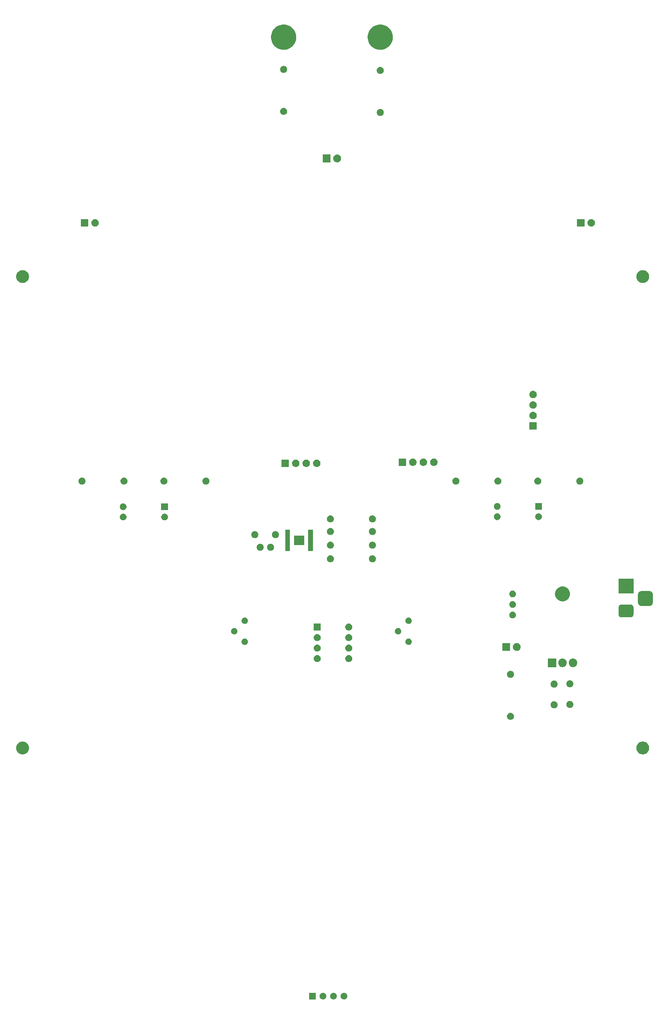
<source format=gbr>
G04 #@! TF.GenerationSoftware,KiCad,Pcbnew,(5.0.1)-3*
G04 #@! TF.CreationDate,2020-02-12T20:38:56-05:00*
G04 #@! TF.ProjectId,TinkerBot,54696E6B6572426F742E6B696361645F,rev?*
G04 #@! TF.SameCoordinates,Original*
G04 #@! TF.FileFunction,Soldermask,Top*
G04 #@! TF.FilePolarity,Negative*
%FSLAX46Y46*%
G04 Gerber Fmt 4.6, Leading zero omitted, Abs format (unit mm)*
G04 Created by KiCad (PCBNEW (5.0.1)-3) date 2/12/2020 8:38:56 PM*
%MOMM*%
%LPD*%
G01*
G04 APERTURE LIST*
%ADD10C,0.100000*%
G04 APERTURE END LIST*
D10*
G36*
X-2097858Y-116223242D02*
X-1949898Y-116284530D01*
X-1816742Y-116373502D01*
X-1703502Y-116486742D01*
X-1614530Y-116619898D01*
X-1553242Y-116767858D01*
X-1522000Y-116924925D01*
X-1522000Y-117085075D01*
X-1553242Y-117242142D01*
X-1614530Y-117390102D01*
X-1703502Y-117523258D01*
X-1816742Y-117636498D01*
X-1949898Y-117725470D01*
X-2097858Y-117786758D01*
X-2254925Y-117818000D01*
X-2415075Y-117818000D01*
X-2572142Y-117786758D01*
X-2720102Y-117725470D01*
X-2853258Y-117636498D01*
X-2966498Y-117523258D01*
X-3055470Y-117390102D01*
X-3116758Y-117242142D01*
X-3148000Y-117085075D01*
X-3148000Y-116924925D01*
X-3116758Y-116767858D01*
X-3055470Y-116619898D01*
X-2966498Y-116486742D01*
X-2853258Y-116373502D01*
X-2720102Y-116284530D01*
X-2572142Y-116223242D01*
X-2415075Y-116192000D01*
X-2254925Y-116192000D01*
X-2097858Y-116223242D01*
X-2097858Y-116223242D01*
G37*
G36*
X442142Y-116223242D02*
X590102Y-116284530D01*
X723258Y-116373502D01*
X836498Y-116486742D01*
X925470Y-116619898D01*
X986758Y-116767858D01*
X1018000Y-116924925D01*
X1018000Y-117085075D01*
X986758Y-117242142D01*
X925470Y-117390102D01*
X836498Y-117523258D01*
X723258Y-117636498D01*
X590102Y-117725470D01*
X442142Y-117786758D01*
X285075Y-117818000D01*
X124925Y-117818000D01*
X-32142Y-117786758D01*
X-180102Y-117725470D01*
X-313258Y-117636498D01*
X-426498Y-117523258D01*
X-515470Y-117390102D01*
X-576758Y-117242142D01*
X-608000Y-117085075D01*
X-608000Y-116924925D01*
X-576758Y-116767858D01*
X-515470Y-116619898D01*
X-426498Y-116486742D01*
X-313258Y-116373502D01*
X-180102Y-116284530D01*
X-32142Y-116223242D01*
X124925Y-116192000D01*
X285075Y-116192000D01*
X442142Y-116223242D01*
X442142Y-116223242D01*
G37*
G36*
X2982142Y-116223242D02*
X3130102Y-116284530D01*
X3263258Y-116373502D01*
X3376498Y-116486742D01*
X3465470Y-116619898D01*
X3526758Y-116767858D01*
X3558000Y-116924925D01*
X3558000Y-117085075D01*
X3526758Y-117242142D01*
X3465470Y-117390102D01*
X3376498Y-117523258D01*
X3263258Y-117636498D01*
X3130102Y-117725470D01*
X2982142Y-117786758D01*
X2825075Y-117818000D01*
X2664925Y-117818000D01*
X2507858Y-117786758D01*
X2359898Y-117725470D01*
X2226742Y-117636498D01*
X2113502Y-117523258D01*
X2024530Y-117390102D01*
X1963242Y-117242142D01*
X1932000Y-117085075D01*
X1932000Y-116924925D01*
X1963242Y-116767858D01*
X2024530Y-116619898D01*
X2113502Y-116486742D01*
X2226742Y-116373502D01*
X2359898Y-116284530D01*
X2507858Y-116223242D01*
X2664925Y-116192000D01*
X2825075Y-116192000D01*
X2982142Y-116223242D01*
X2982142Y-116223242D01*
G37*
G36*
X-4062000Y-117818000D02*
X-5688000Y-117818000D01*
X-5688000Y-116192000D01*
X-4062000Y-116192000D01*
X-4062000Y-117818000D01*
X-4062000Y-117818000D01*
G37*
G36*
X75352527Y-55488736D02*
X75452410Y-55508604D01*
X75734674Y-55625521D01*
X75988705Y-55795259D01*
X76204741Y-56011295D01*
X76374479Y-56265326D01*
X76491396Y-56547590D01*
X76551000Y-56847240D01*
X76551000Y-57152760D01*
X76491396Y-57452410D01*
X76374479Y-57734674D01*
X76204741Y-57988705D01*
X75988705Y-58204741D01*
X75734674Y-58374479D01*
X75452410Y-58491396D01*
X75352527Y-58511264D01*
X75152762Y-58551000D01*
X74847238Y-58551000D01*
X74647473Y-58511264D01*
X74547590Y-58491396D01*
X74265326Y-58374479D01*
X74011295Y-58204741D01*
X73795259Y-57988705D01*
X73625521Y-57734674D01*
X73508604Y-57452410D01*
X73449000Y-57152760D01*
X73449000Y-56847240D01*
X73508604Y-56547590D01*
X73625521Y-56265326D01*
X73795259Y-56011295D01*
X74011295Y-55795259D01*
X74265326Y-55625521D01*
X74547590Y-55508604D01*
X74647473Y-55488736D01*
X74847238Y-55449000D01*
X75152762Y-55449000D01*
X75352527Y-55488736D01*
X75352527Y-55488736D01*
G37*
G36*
X-74647473Y-55488736D02*
X-74547590Y-55508604D01*
X-74265326Y-55625521D01*
X-74011295Y-55795259D01*
X-73795259Y-56011295D01*
X-73625521Y-56265326D01*
X-73508604Y-56547590D01*
X-73449000Y-56847240D01*
X-73449000Y-57152760D01*
X-73508604Y-57452410D01*
X-73625521Y-57734674D01*
X-73795259Y-57988705D01*
X-74011295Y-58204741D01*
X-74265326Y-58374479D01*
X-74547590Y-58491396D01*
X-74647473Y-58511264D01*
X-74847238Y-58551000D01*
X-75152762Y-58551000D01*
X-75352527Y-58511264D01*
X-75452410Y-58491396D01*
X-75734674Y-58374479D01*
X-75988705Y-58204741D01*
X-76204741Y-57988705D01*
X-76374479Y-57734674D01*
X-76491396Y-57452410D01*
X-76551000Y-57152760D01*
X-76551000Y-56847240D01*
X-76491396Y-56547590D01*
X-76374479Y-56265326D01*
X-76204741Y-56011295D01*
X-75988705Y-55795259D01*
X-75734674Y-55625521D01*
X-75452410Y-55508604D01*
X-75352527Y-55488736D01*
X-75152762Y-55449000D01*
X-74847238Y-55449000D01*
X-74647473Y-55488736D01*
X-74647473Y-55488736D01*
G37*
G36*
X43177821Y-48518313D02*
X43177824Y-48518314D01*
X43177825Y-48518314D01*
X43338239Y-48566975D01*
X43338241Y-48566976D01*
X43338244Y-48566977D01*
X43486078Y-48645995D01*
X43615659Y-48752341D01*
X43722005Y-48881922D01*
X43801023Y-49029756D01*
X43849687Y-49190179D01*
X43866117Y-49357000D01*
X43849687Y-49523821D01*
X43801023Y-49684244D01*
X43722005Y-49832078D01*
X43615659Y-49961659D01*
X43486078Y-50068005D01*
X43338244Y-50147023D01*
X43338241Y-50147024D01*
X43338239Y-50147025D01*
X43177825Y-50195686D01*
X43177824Y-50195686D01*
X43177821Y-50195687D01*
X43052804Y-50208000D01*
X42969196Y-50208000D01*
X42844179Y-50195687D01*
X42844176Y-50195686D01*
X42844175Y-50195686D01*
X42683761Y-50147025D01*
X42683759Y-50147024D01*
X42683756Y-50147023D01*
X42535922Y-50068005D01*
X42406341Y-49961659D01*
X42299995Y-49832078D01*
X42220977Y-49684244D01*
X42172313Y-49523821D01*
X42155883Y-49357000D01*
X42172313Y-49190179D01*
X42220977Y-49029756D01*
X42299995Y-48881922D01*
X42406341Y-48752341D01*
X42535922Y-48645995D01*
X42683756Y-48566977D01*
X42683759Y-48566976D01*
X42683761Y-48566975D01*
X42844175Y-48518314D01*
X42844176Y-48518314D01*
X42844179Y-48518313D01*
X42969196Y-48506000D01*
X43052804Y-48506000D01*
X43177821Y-48518313D01*
X43177821Y-48518313D01*
G37*
G36*
X53800228Y-45744703D02*
X53955100Y-45808853D01*
X54094481Y-45901985D01*
X54213015Y-46020519D01*
X54306147Y-46159900D01*
X54370297Y-46314772D01*
X54403000Y-46479184D01*
X54403000Y-46646816D01*
X54370297Y-46811228D01*
X54306147Y-46966100D01*
X54213015Y-47105481D01*
X54094481Y-47224015D01*
X53955100Y-47317147D01*
X53800228Y-47381297D01*
X53635816Y-47414000D01*
X53468184Y-47414000D01*
X53303772Y-47381297D01*
X53148900Y-47317147D01*
X53009519Y-47224015D01*
X52890985Y-47105481D01*
X52797853Y-46966100D01*
X52733703Y-46811228D01*
X52701000Y-46646816D01*
X52701000Y-46479184D01*
X52733703Y-46314772D01*
X52797853Y-46159900D01*
X52890985Y-46020519D01*
X53009519Y-45901985D01*
X53148900Y-45808853D01*
X53303772Y-45744703D01*
X53468184Y-45712000D01*
X53635816Y-45712000D01*
X53800228Y-45744703D01*
X53800228Y-45744703D01*
G37*
G36*
X57610228Y-45664703D02*
X57765100Y-45728853D01*
X57904481Y-45821985D01*
X58023015Y-45940519D01*
X58116147Y-46079900D01*
X58180297Y-46234772D01*
X58213000Y-46399184D01*
X58213000Y-46566816D01*
X58180297Y-46731228D01*
X58116147Y-46886100D01*
X58023015Y-47025481D01*
X57904481Y-47144015D01*
X57765100Y-47237147D01*
X57610228Y-47301297D01*
X57445816Y-47334000D01*
X57278184Y-47334000D01*
X57113772Y-47301297D01*
X56958900Y-47237147D01*
X56819519Y-47144015D01*
X56700985Y-47025481D01*
X56607853Y-46886100D01*
X56543703Y-46731228D01*
X56511000Y-46566816D01*
X56511000Y-46399184D01*
X56543703Y-46234772D01*
X56607853Y-46079900D01*
X56700985Y-45940519D01*
X56819519Y-45821985D01*
X56958900Y-45728853D01*
X57113772Y-45664703D01*
X57278184Y-45632000D01*
X57445816Y-45632000D01*
X57610228Y-45664703D01*
X57610228Y-45664703D01*
G37*
G36*
X53800228Y-40744703D02*
X53955100Y-40808853D01*
X54094481Y-40901985D01*
X54213015Y-41020519D01*
X54306147Y-41159900D01*
X54370297Y-41314772D01*
X54403000Y-41479184D01*
X54403000Y-41646816D01*
X54370297Y-41811228D01*
X54306147Y-41966100D01*
X54213015Y-42105481D01*
X54094481Y-42224015D01*
X53955100Y-42317147D01*
X53800228Y-42381297D01*
X53635816Y-42414000D01*
X53468184Y-42414000D01*
X53303772Y-42381297D01*
X53148900Y-42317147D01*
X53009519Y-42224015D01*
X52890985Y-42105481D01*
X52797853Y-41966100D01*
X52733703Y-41811228D01*
X52701000Y-41646816D01*
X52701000Y-41479184D01*
X52733703Y-41314772D01*
X52797853Y-41159900D01*
X52890985Y-41020519D01*
X53009519Y-40901985D01*
X53148900Y-40808853D01*
X53303772Y-40744703D01*
X53468184Y-40712000D01*
X53635816Y-40712000D01*
X53800228Y-40744703D01*
X53800228Y-40744703D01*
G37*
G36*
X57610228Y-40664703D02*
X57765100Y-40728853D01*
X57904481Y-40821985D01*
X58023015Y-40940519D01*
X58116147Y-41079900D01*
X58180297Y-41234772D01*
X58213000Y-41399184D01*
X58213000Y-41566816D01*
X58180297Y-41731228D01*
X58116147Y-41886100D01*
X58023015Y-42025481D01*
X57904481Y-42144015D01*
X57765100Y-42237147D01*
X57610228Y-42301297D01*
X57445816Y-42334000D01*
X57278184Y-42334000D01*
X57113772Y-42301297D01*
X56958900Y-42237147D01*
X56819519Y-42144015D01*
X56700985Y-42025481D01*
X56607853Y-41886100D01*
X56543703Y-41731228D01*
X56511000Y-41566816D01*
X56511000Y-41399184D01*
X56543703Y-41234772D01*
X56607853Y-41079900D01*
X56700985Y-40940519D01*
X56819519Y-40821985D01*
X56958900Y-40728853D01*
X57113772Y-40664703D01*
X57278184Y-40632000D01*
X57445816Y-40632000D01*
X57610228Y-40664703D01*
X57610228Y-40664703D01*
G37*
G36*
X43259228Y-38378703D02*
X43414100Y-38442853D01*
X43553481Y-38535985D01*
X43672015Y-38654519D01*
X43765147Y-38793900D01*
X43829297Y-38948772D01*
X43862000Y-39113184D01*
X43862000Y-39280816D01*
X43829297Y-39445228D01*
X43765147Y-39600100D01*
X43672015Y-39739481D01*
X43553481Y-39858015D01*
X43414100Y-39951147D01*
X43259228Y-40015297D01*
X43094816Y-40048000D01*
X42927184Y-40048000D01*
X42762772Y-40015297D01*
X42607900Y-39951147D01*
X42468519Y-39858015D01*
X42349985Y-39739481D01*
X42256853Y-39600100D01*
X42192703Y-39445228D01*
X42160000Y-39280816D01*
X42160000Y-39113184D01*
X42192703Y-38948772D01*
X42256853Y-38793900D01*
X42349985Y-38654519D01*
X42468519Y-38535985D01*
X42607900Y-38442853D01*
X42762772Y-38378703D01*
X42927184Y-38346000D01*
X43094816Y-38346000D01*
X43259228Y-38378703D01*
X43259228Y-38378703D01*
G37*
G36*
X55780719Y-35366520D02*
X55969880Y-35423901D01*
X56144212Y-35517083D01*
X56297015Y-35642485D01*
X56422417Y-35795288D01*
X56515599Y-35969619D01*
X56572980Y-36158780D01*
X56587500Y-36306206D01*
X56587500Y-36499793D01*
X56572980Y-36647219D01*
X56515599Y-36836380D01*
X56422417Y-37010712D01*
X56297015Y-37163515D01*
X56144212Y-37288917D01*
X55969881Y-37382099D01*
X55780720Y-37439480D01*
X55584000Y-37458855D01*
X55387281Y-37439480D01*
X55198120Y-37382099D01*
X55023788Y-37288917D01*
X54870985Y-37163515D01*
X54745583Y-37010712D01*
X54652401Y-36836381D01*
X54595020Y-36647220D01*
X54580500Y-36499794D01*
X54580500Y-36306207D01*
X54595020Y-36158781D01*
X54652401Y-35969620D01*
X54745583Y-35795288D01*
X54870985Y-35642485D01*
X55023788Y-35517083D01*
X55198119Y-35423901D01*
X55387280Y-35366520D01*
X55584000Y-35347145D01*
X55780719Y-35366520D01*
X55780719Y-35366520D01*
G37*
G36*
X58320719Y-35366520D02*
X58509880Y-35423901D01*
X58684212Y-35517083D01*
X58837015Y-35642485D01*
X58962417Y-35795288D01*
X59055599Y-35969619D01*
X59112980Y-36158780D01*
X59127500Y-36306206D01*
X59127500Y-36499793D01*
X59112980Y-36647219D01*
X59055599Y-36836380D01*
X58962417Y-37010712D01*
X58837015Y-37163515D01*
X58684212Y-37288917D01*
X58509881Y-37382099D01*
X58320720Y-37439480D01*
X58124000Y-37458855D01*
X57927281Y-37439480D01*
X57738120Y-37382099D01*
X57563788Y-37288917D01*
X57410985Y-37163515D01*
X57285583Y-37010712D01*
X57192401Y-36836381D01*
X57135020Y-36647220D01*
X57120500Y-36499794D01*
X57120500Y-36306207D01*
X57135020Y-36158781D01*
X57192401Y-35969620D01*
X57285583Y-35795288D01*
X57410985Y-35642485D01*
X57563788Y-35517083D01*
X57738119Y-35423901D01*
X57927280Y-35366520D01*
X58124000Y-35347145D01*
X58320719Y-35366520D01*
X58320719Y-35366520D01*
G37*
G36*
X54047500Y-37454000D02*
X52040500Y-37454000D01*
X52040500Y-35352000D01*
X54047500Y-35352000D01*
X54047500Y-37454000D01*
X54047500Y-37454000D01*
G37*
G36*
X4056556Y-34548313D02*
X4056559Y-34548314D01*
X4056560Y-34548314D01*
X4216974Y-34596975D01*
X4216976Y-34596976D01*
X4216979Y-34596977D01*
X4364813Y-34675995D01*
X4494394Y-34782341D01*
X4600740Y-34911922D01*
X4679758Y-35059756D01*
X4728422Y-35220179D01*
X4744852Y-35387000D01*
X4728422Y-35553821D01*
X4679758Y-35714244D01*
X4600740Y-35862078D01*
X4494394Y-35991659D01*
X4364813Y-36098005D01*
X4216979Y-36177023D01*
X4216976Y-36177024D01*
X4216974Y-36177025D01*
X4056560Y-36225686D01*
X4056559Y-36225686D01*
X4056556Y-36225687D01*
X3931539Y-36238000D01*
X3847931Y-36238000D01*
X3722914Y-36225687D01*
X3722911Y-36225686D01*
X3722910Y-36225686D01*
X3562496Y-36177025D01*
X3562494Y-36177024D01*
X3562491Y-36177023D01*
X3414657Y-36098005D01*
X3285076Y-35991659D01*
X3178730Y-35862078D01*
X3099712Y-35714244D01*
X3051048Y-35553821D01*
X3034618Y-35387000D01*
X3051048Y-35220179D01*
X3099712Y-35059756D01*
X3178730Y-34911922D01*
X3285076Y-34782341D01*
X3414657Y-34675995D01*
X3562491Y-34596977D01*
X3562494Y-34596976D01*
X3562496Y-34596975D01*
X3722910Y-34548314D01*
X3722911Y-34548314D01*
X3722914Y-34548313D01*
X3847931Y-34536000D01*
X3931539Y-34536000D01*
X4056556Y-34548313D01*
X4056556Y-34548313D01*
G37*
G36*
X-3563444Y-34548313D02*
X-3563441Y-34548314D01*
X-3563440Y-34548314D01*
X-3403026Y-34596975D01*
X-3403024Y-34596976D01*
X-3403021Y-34596977D01*
X-3255187Y-34675995D01*
X-3125606Y-34782341D01*
X-3019260Y-34911922D01*
X-2940242Y-35059756D01*
X-2891578Y-35220179D01*
X-2875148Y-35387000D01*
X-2891578Y-35553821D01*
X-2940242Y-35714244D01*
X-3019260Y-35862078D01*
X-3125606Y-35991659D01*
X-3255187Y-36098005D01*
X-3403021Y-36177023D01*
X-3403024Y-36177024D01*
X-3403026Y-36177025D01*
X-3563440Y-36225686D01*
X-3563441Y-36225686D01*
X-3563444Y-36225687D01*
X-3688461Y-36238000D01*
X-3772069Y-36238000D01*
X-3897086Y-36225687D01*
X-3897089Y-36225686D01*
X-3897090Y-36225686D01*
X-4057504Y-36177025D01*
X-4057506Y-36177024D01*
X-4057509Y-36177023D01*
X-4205343Y-36098005D01*
X-4334924Y-35991659D01*
X-4441270Y-35862078D01*
X-4520288Y-35714244D01*
X-4568952Y-35553821D01*
X-4585382Y-35387000D01*
X-4568952Y-35220179D01*
X-4520288Y-35059756D01*
X-4441270Y-34911922D01*
X-4334924Y-34782341D01*
X-4205343Y-34675995D01*
X-4057509Y-34596977D01*
X-4057506Y-34596976D01*
X-4057504Y-34596975D01*
X-3897090Y-34548314D01*
X-3897089Y-34548314D01*
X-3897086Y-34548313D01*
X-3772069Y-34536000D01*
X-3688461Y-34536000D01*
X-3563444Y-34548313D01*
X-3563444Y-34548313D01*
G37*
G36*
X-3563444Y-32008313D02*
X-3563441Y-32008314D01*
X-3563440Y-32008314D01*
X-3403026Y-32056975D01*
X-3403024Y-32056976D01*
X-3403021Y-32056977D01*
X-3255187Y-32135995D01*
X-3125606Y-32242341D01*
X-3019260Y-32371922D01*
X-2940242Y-32519756D01*
X-2891578Y-32680179D01*
X-2875148Y-32847000D01*
X-2891578Y-33013821D01*
X-2891579Y-33013824D01*
X-2891579Y-33013825D01*
X-2900570Y-33043466D01*
X-2940242Y-33174244D01*
X-3019260Y-33322078D01*
X-3125606Y-33451659D01*
X-3255187Y-33558005D01*
X-3403021Y-33637023D01*
X-3403024Y-33637024D01*
X-3403026Y-33637025D01*
X-3563440Y-33685686D01*
X-3563441Y-33685686D01*
X-3563444Y-33685687D01*
X-3688461Y-33698000D01*
X-3772069Y-33698000D01*
X-3897086Y-33685687D01*
X-3897089Y-33685686D01*
X-3897090Y-33685686D01*
X-4057504Y-33637025D01*
X-4057506Y-33637024D01*
X-4057509Y-33637023D01*
X-4205343Y-33558005D01*
X-4334924Y-33451659D01*
X-4441270Y-33322078D01*
X-4520288Y-33174244D01*
X-4559959Y-33043466D01*
X-4568951Y-33013825D01*
X-4568951Y-33013824D01*
X-4568952Y-33013821D01*
X-4585382Y-32847000D01*
X-4568952Y-32680179D01*
X-4520288Y-32519756D01*
X-4441270Y-32371922D01*
X-4334924Y-32242341D01*
X-4205343Y-32135995D01*
X-4057509Y-32056977D01*
X-4057506Y-32056976D01*
X-4057504Y-32056975D01*
X-3897090Y-32008314D01*
X-3897089Y-32008314D01*
X-3897086Y-32008313D01*
X-3772069Y-31996000D01*
X-3688461Y-31996000D01*
X-3563444Y-32008313D01*
X-3563444Y-32008313D01*
G37*
G36*
X4056556Y-32008313D02*
X4056559Y-32008314D01*
X4056560Y-32008314D01*
X4216974Y-32056975D01*
X4216976Y-32056976D01*
X4216979Y-32056977D01*
X4364813Y-32135995D01*
X4494394Y-32242341D01*
X4600740Y-32371922D01*
X4679758Y-32519756D01*
X4728422Y-32680179D01*
X4744852Y-32847000D01*
X4728422Y-33013821D01*
X4728421Y-33013824D01*
X4728421Y-33013825D01*
X4719430Y-33043466D01*
X4679758Y-33174244D01*
X4600740Y-33322078D01*
X4494394Y-33451659D01*
X4364813Y-33558005D01*
X4216979Y-33637023D01*
X4216976Y-33637024D01*
X4216974Y-33637025D01*
X4056560Y-33685686D01*
X4056559Y-33685686D01*
X4056556Y-33685687D01*
X3931539Y-33698000D01*
X3847931Y-33698000D01*
X3722914Y-33685687D01*
X3722911Y-33685686D01*
X3722910Y-33685686D01*
X3562496Y-33637025D01*
X3562494Y-33637024D01*
X3562491Y-33637023D01*
X3414657Y-33558005D01*
X3285076Y-33451659D01*
X3178730Y-33322078D01*
X3099712Y-33174244D01*
X3060041Y-33043466D01*
X3051049Y-33013825D01*
X3051049Y-33013824D01*
X3051048Y-33013821D01*
X3034618Y-32847000D01*
X3051048Y-32680179D01*
X3099712Y-32519756D01*
X3178730Y-32371922D01*
X3285076Y-32242341D01*
X3414657Y-32135995D01*
X3562491Y-32056977D01*
X3562494Y-32056976D01*
X3562496Y-32056975D01*
X3722910Y-32008314D01*
X3722911Y-32008314D01*
X3722914Y-32008313D01*
X3847931Y-31996000D01*
X3931539Y-31996000D01*
X4056556Y-32008313D01*
X4056556Y-32008313D01*
G37*
G36*
X42946000Y-33544000D02*
X41044000Y-33544000D01*
X41044000Y-31642000D01*
X42946000Y-31642000D01*
X42946000Y-33544000D01*
X42946000Y-33544000D01*
G37*
G36*
X44812396Y-31678546D02*
X44985466Y-31750234D01*
X45141230Y-31854312D01*
X45273688Y-31986770D01*
X45377766Y-32142534D01*
X45449454Y-32315604D01*
X45486000Y-32499333D01*
X45486000Y-32686667D01*
X45449454Y-32870396D01*
X45377766Y-33043466D01*
X45273688Y-33199230D01*
X45141230Y-33331688D01*
X44985466Y-33435766D01*
X44812396Y-33507454D01*
X44628667Y-33544000D01*
X44441333Y-33544000D01*
X44257604Y-33507454D01*
X44084534Y-33435766D01*
X43928770Y-33331688D01*
X43796312Y-33199230D01*
X43692234Y-33043466D01*
X43620546Y-32870396D01*
X43584000Y-32686667D01*
X43584000Y-32499333D01*
X43620546Y-32315604D01*
X43692234Y-32142534D01*
X43796312Y-31986770D01*
X43928770Y-31854312D01*
X44084534Y-31750234D01*
X44257604Y-31678546D01*
X44441333Y-31642000D01*
X44628667Y-31642000D01*
X44812396Y-31678546D01*
X44812396Y-31678546D01*
G37*
G36*
X18498589Y-30561876D02*
X18597893Y-30581629D01*
X18738206Y-30639748D01*
X18864484Y-30724125D01*
X18971875Y-30831516D01*
X19056252Y-30957794D01*
X19114371Y-31098107D01*
X19144000Y-31247063D01*
X19144000Y-31398937D01*
X19114371Y-31547893D01*
X19056252Y-31688206D01*
X18971875Y-31814484D01*
X18864484Y-31921875D01*
X18738206Y-32006252D01*
X18597893Y-32064371D01*
X18498589Y-32084124D01*
X18448938Y-32094000D01*
X18297062Y-32094000D01*
X18247411Y-32084124D01*
X18148107Y-32064371D01*
X18007794Y-32006252D01*
X17881516Y-31921875D01*
X17774125Y-31814484D01*
X17689748Y-31688206D01*
X17631629Y-31547893D01*
X17602000Y-31398937D01*
X17602000Y-31247063D01*
X17631629Y-31098107D01*
X17689748Y-30957794D01*
X17774125Y-30831516D01*
X17881516Y-30724125D01*
X18007794Y-30639748D01*
X18148107Y-30581629D01*
X18247411Y-30561876D01*
X18297062Y-30552000D01*
X18448938Y-30552000D01*
X18498589Y-30561876D01*
X18498589Y-30561876D01*
G37*
G36*
X-21125411Y-30561876D02*
X-21026107Y-30581629D01*
X-20885794Y-30639748D01*
X-20759516Y-30724125D01*
X-20652125Y-30831516D01*
X-20567748Y-30957794D01*
X-20509629Y-31098107D01*
X-20480000Y-31247063D01*
X-20480000Y-31398937D01*
X-20509629Y-31547893D01*
X-20567748Y-31688206D01*
X-20652125Y-31814484D01*
X-20759516Y-31921875D01*
X-20885794Y-32006252D01*
X-21026107Y-32064371D01*
X-21125411Y-32084124D01*
X-21175062Y-32094000D01*
X-21326938Y-32094000D01*
X-21376589Y-32084124D01*
X-21475893Y-32064371D01*
X-21616206Y-32006252D01*
X-21742484Y-31921875D01*
X-21849875Y-31814484D01*
X-21934252Y-31688206D01*
X-21992371Y-31547893D01*
X-22022000Y-31398937D01*
X-22022000Y-31247063D01*
X-21992371Y-31098107D01*
X-21934252Y-30957794D01*
X-21849875Y-30831516D01*
X-21742484Y-30724125D01*
X-21616206Y-30639748D01*
X-21475893Y-30581629D01*
X-21376589Y-30561876D01*
X-21326938Y-30552000D01*
X-21175062Y-30552000D01*
X-21125411Y-30561876D01*
X-21125411Y-30561876D01*
G37*
G36*
X4056556Y-29468313D02*
X4056559Y-29468314D01*
X4056560Y-29468314D01*
X4216974Y-29516975D01*
X4216976Y-29516976D01*
X4216979Y-29516977D01*
X4364813Y-29595995D01*
X4494394Y-29702341D01*
X4600740Y-29831922D01*
X4679758Y-29979756D01*
X4728422Y-30140179D01*
X4744852Y-30307000D01*
X4728422Y-30473821D01*
X4679758Y-30634244D01*
X4600740Y-30782078D01*
X4494394Y-30911659D01*
X4364813Y-31018005D01*
X4216979Y-31097023D01*
X4216976Y-31097024D01*
X4216974Y-31097025D01*
X4056560Y-31145686D01*
X4056559Y-31145686D01*
X4056556Y-31145687D01*
X3931539Y-31158000D01*
X3847931Y-31158000D01*
X3722914Y-31145687D01*
X3722911Y-31145686D01*
X3722910Y-31145686D01*
X3562496Y-31097025D01*
X3562494Y-31097024D01*
X3562491Y-31097023D01*
X3414657Y-31018005D01*
X3285076Y-30911659D01*
X3178730Y-30782078D01*
X3099712Y-30634244D01*
X3051048Y-30473821D01*
X3034618Y-30307000D01*
X3051048Y-30140179D01*
X3099712Y-29979756D01*
X3178730Y-29831922D01*
X3285076Y-29702341D01*
X3414657Y-29595995D01*
X3562491Y-29516977D01*
X3562494Y-29516976D01*
X3562496Y-29516975D01*
X3722910Y-29468314D01*
X3722911Y-29468314D01*
X3722914Y-29468313D01*
X3847931Y-29456000D01*
X3931539Y-29456000D01*
X4056556Y-29468313D01*
X4056556Y-29468313D01*
G37*
G36*
X-3563444Y-29468313D02*
X-3563441Y-29468314D01*
X-3563440Y-29468314D01*
X-3403026Y-29516975D01*
X-3403024Y-29516976D01*
X-3403021Y-29516977D01*
X-3255187Y-29595995D01*
X-3125606Y-29702341D01*
X-3019260Y-29831922D01*
X-2940242Y-29979756D01*
X-2891578Y-30140179D01*
X-2875148Y-30307000D01*
X-2891578Y-30473821D01*
X-2940242Y-30634244D01*
X-3019260Y-30782078D01*
X-3125606Y-30911659D01*
X-3255187Y-31018005D01*
X-3403021Y-31097023D01*
X-3403024Y-31097024D01*
X-3403026Y-31097025D01*
X-3563440Y-31145686D01*
X-3563441Y-31145686D01*
X-3563444Y-31145687D01*
X-3688461Y-31158000D01*
X-3772069Y-31158000D01*
X-3897086Y-31145687D01*
X-3897089Y-31145686D01*
X-3897090Y-31145686D01*
X-4057504Y-31097025D01*
X-4057506Y-31097024D01*
X-4057509Y-31097023D01*
X-4205343Y-31018005D01*
X-4334924Y-30911659D01*
X-4441270Y-30782078D01*
X-4520288Y-30634244D01*
X-4568952Y-30473821D01*
X-4585382Y-30307000D01*
X-4568952Y-30140179D01*
X-4520288Y-29979756D01*
X-4441270Y-29831922D01*
X-4334924Y-29702341D01*
X-4205343Y-29595995D01*
X-4057509Y-29516977D01*
X-4057506Y-29516976D01*
X-4057504Y-29516975D01*
X-3897090Y-29468314D01*
X-3897089Y-29468314D01*
X-3897086Y-29468313D01*
X-3772069Y-29456000D01*
X-3688461Y-29456000D01*
X-3563444Y-29468313D01*
X-3563444Y-29468313D01*
G37*
G36*
X15958589Y-28021876D02*
X16057893Y-28041629D01*
X16198206Y-28099748D01*
X16324484Y-28184125D01*
X16431875Y-28291516D01*
X16516252Y-28417794D01*
X16574371Y-28558107D01*
X16604000Y-28707063D01*
X16604000Y-28858937D01*
X16574371Y-29007893D01*
X16516252Y-29148206D01*
X16431875Y-29274484D01*
X16324484Y-29381875D01*
X16198206Y-29466252D01*
X16057893Y-29524371D01*
X15958589Y-29544124D01*
X15908938Y-29554000D01*
X15757062Y-29554000D01*
X15707411Y-29544124D01*
X15608107Y-29524371D01*
X15467794Y-29466252D01*
X15341516Y-29381875D01*
X15234125Y-29274484D01*
X15149748Y-29148206D01*
X15091629Y-29007893D01*
X15062000Y-28858937D01*
X15062000Y-28707063D01*
X15091629Y-28558107D01*
X15149748Y-28417794D01*
X15234125Y-28291516D01*
X15341516Y-28184125D01*
X15467794Y-28099748D01*
X15608107Y-28041629D01*
X15707411Y-28021876D01*
X15757062Y-28012000D01*
X15908938Y-28012000D01*
X15958589Y-28021876D01*
X15958589Y-28021876D01*
G37*
G36*
X-23665411Y-28021876D02*
X-23566107Y-28041629D01*
X-23425794Y-28099748D01*
X-23299516Y-28184125D01*
X-23192125Y-28291516D01*
X-23107748Y-28417794D01*
X-23049629Y-28558107D01*
X-23020000Y-28707063D01*
X-23020000Y-28858937D01*
X-23049629Y-29007893D01*
X-23107748Y-29148206D01*
X-23192125Y-29274484D01*
X-23299516Y-29381875D01*
X-23425794Y-29466252D01*
X-23566107Y-29524371D01*
X-23665411Y-29544124D01*
X-23715062Y-29554000D01*
X-23866938Y-29554000D01*
X-23916589Y-29544124D01*
X-24015893Y-29524371D01*
X-24156206Y-29466252D01*
X-24282484Y-29381875D01*
X-24389875Y-29274484D01*
X-24474252Y-29148206D01*
X-24532371Y-29007893D01*
X-24562000Y-28858937D01*
X-24562000Y-28707063D01*
X-24532371Y-28558107D01*
X-24474252Y-28417794D01*
X-24389875Y-28291516D01*
X-24282484Y-28184125D01*
X-24156206Y-28099748D01*
X-24015893Y-28041629D01*
X-23916589Y-28021876D01*
X-23866938Y-28012000D01*
X-23715062Y-28012000D01*
X-23665411Y-28021876D01*
X-23665411Y-28021876D01*
G37*
G36*
X-2879265Y-28618000D02*
X-4581265Y-28618000D01*
X-4581265Y-26916000D01*
X-2879265Y-26916000D01*
X-2879265Y-28618000D01*
X-2879265Y-28618000D01*
G37*
G36*
X4056556Y-26928313D02*
X4056559Y-26928314D01*
X4056560Y-26928314D01*
X4216974Y-26976975D01*
X4216976Y-26976976D01*
X4216979Y-26976977D01*
X4364813Y-27055995D01*
X4494394Y-27162341D01*
X4600740Y-27291922D01*
X4679758Y-27439756D01*
X4728422Y-27600179D01*
X4744852Y-27767000D01*
X4728422Y-27933821D01*
X4679758Y-28094244D01*
X4600740Y-28242078D01*
X4494394Y-28371659D01*
X4364813Y-28478005D01*
X4216979Y-28557023D01*
X4216976Y-28557024D01*
X4216974Y-28557025D01*
X4056560Y-28605686D01*
X4056559Y-28605686D01*
X4056556Y-28605687D01*
X3931539Y-28618000D01*
X3847931Y-28618000D01*
X3722914Y-28605687D01*
X3722911Y-28605686D01*
X3722910Y-28605686D01*
X3562496Y-28557025D01*
X3562494Y-28557024D01*
X3562491Y-28557023D01*
X3414657Y-28478005D01*
X3285076Y-28371659D01*
X3178730Y-28242078D01*
X3099712Y-28094244D01*
X3051048Y-27933821D01*
X3034618Y-27767000D01*
X3051048Y-27600179D01*
X3099712Y-27439756D01*
X3178730Y-27291922D01*
X3285076Y-27162341D01*
X3414657Y-27055995D01*
X3562491Y-26976977D01*
X3562494Y-26976976D01*
X3562496Y-26976975D01*
X3722910Y-26928314D01*
X3722911Y-26928314D01*
X3722914Y-26928313D01*
X3847931Y-26916000D01*
X3931539Y-26916000D01*
X4056556Y-26928313D01*
X4056556Y-26928313D01*
G37*
G36*
X18476583Y-25477499D02*
X18597893Y-25501629D01*
X18738206Y-25559748D01*
X18864484Y-25644125D01*
X18971875Y-25751516D01*
X19056252Y-25877794D01*
X19114371Y-26018107D01*
X19144000Y-26167063D01*
X19144000Y-26318937D01*
X19114371Y-26467893D01*
X19056252Y-26608206D01*
X18971875Y-26734484D01*
X18864484Y-26841875D01*
X18738206Y-26926252D01*
X18597893Y-26984371D01*
X18498589Y-27004124D01*
X18448938Y-27014000D01*
X18297062Y-27014000D01*
X18247411Y-27004124D01*
X18148107Y-26984371D01*
X18007794Y-26926252D01*
X17881516Y-26841875D01*
X17774125Y-26734484D01*
X17689748Y-26608206D01*
X17631629Y-26467893D01*
X17602000Y-26318937D01*
X17602000Y-26167063D01*
X17631629Y-26018107D01*
X17689748Y-25877794D01*
X17774125Y-25751516D01*
X17881516Y-25644125D01*
X18007794Y-25559748D01*
X18148107Y-25501629D01*
X18269417Y-25477499D01*
X18297062Y-25472000D01*
X18448938Y-25472000D01*
X18476583Y-25477499D01*
X18476583Y-25477499D01*
G37*
G36*
X-21147417Y-25477499D02*
X-21026107Y-25501629D01*
X-20885794Y-25559748D01*
X-20759516Y-25644125D01*
X-20652125Y-25751516D01*
X-20567748Y-25877794D01*
X-20509629Y-26018107D01*
X-20480000Y-26167063D01*
X-20480000Y-26318937D01*
X-20509629Y-26467893D01*
X-20567748Y-26608206D01*
X-20652125Y-26734484D01*
X-20759516Y-26841875D01*
X-20885794Y-26926252D01*
X-21026107Y-26984371D01*
X-21125411Y-27004124D01*
X-21175062Y-27014000D01*
X-21326938Y-27014000D01*
X-21376589Y-27004124D01*
X-21475893Y-26984371D01*
X-21616206Y-26926252D01*
X-21742484Y-26841875D01*
X-21849875Y-26734484D01*
X-21934252Y-26608206D01*
X-21992371Y-26467893D01*
X-22022000Y-26318937D01*
X-22022000Y-26167063D01*
X-21992371Y-26018107D01*
X-21934252Y-25877794D01*
X-21849875Y-25751516D01*
X-21742484Y-25644125D01*
X-21616206Y-25559748D01*
X-21475893Y-25501629D01*
X-21354583Y-25477499D01*
X-21326938Y-25472000D01*
X-21175062Y-25472000D01*
X-21147417Y-25477499D01*
X-21147417Y-25477499D01*
G37*
G36*
X43756142Y-24064242D02*
X43904102Y-24125530D01*
X44037258Y-24214502D01*
X44150498Y-24327742D01*
X44239470Y-24460898D01*
X44300758Y-24608858D01*
X44332000Y-24765925D01*
X44332000Y-24926075D01*
X44300758Y-25083142D01*
X44295936Y-25094782D01*
X44239471Y-25231100D01*
X44150499Y-25364257D01*
X44037257Y-25477499D01*
X43971130Y-25521683D01*
X43904102Y-25566470D01*
X43756142Y-25627758D01*
X43599075Y-25659000D01*
X43438925Y-25659000D01*
X43281858Y-25627758D01*
X43133898Y-25566470D01*
X43066870Y-25521683D01*
X43000743Y-25477499D01*
X42887501Y-25364257D01*
X42798529Y-25231100D01*
X42742064Y-25094782D01*
X42737242Y-25083142D01*
X42706000Y-24926075D01*
X42706000Y-24765925D01*
X42737242Y-24608858D01*
X42798530Y-24460898D01*
X42887502Y-24327742D01*
X43000742Y-24214502D01*
X43133898Y-24125530D01*
X43281858Y-24064242D01*
X43438925Y-24033000D01*
X43599075Y-24033000D01*
X43756142Y-24064242D01*
X43756142Y-24064242D01*
G37*
G36*
X72177978Y-22324293D02*
X72311627Y-22364835D01*
X72434782Y-22430662D01*
X72542739Y-22519261D01*
X72631338Y-22627218D01*
X72697165Y-22750373D01*
X72737707Y-22884022D01*
X72752000Y-23029140D01*
X72752000Y-24692860D01*
X72737707Y-24837978D01*
X72697165Y-24971627D01*
X72631338Y-25094782D01*
X72542739Y-25202739D01*
X72434782Y-25291338D01*
X72311627Y-25357165D01*
X72177978Y-25397707D01*
X72032860Y-25412000D01*
X69869140Y-25412000D01*
X69724022Y-25397707D01*
X69590373Y-25357165D01*
X69467218Y-25291338D01*
X69359261Y-25202739D01*
X69270662Y-25094782D01*
X69204835Y-24971627D01*
X69164293Y-24837978D01*
X69150000Y-24692860D01*
X69150000Y-23029140D01*
X69164293Y-22884022D01*
X69204835Y-22750373D01*
X69270662Y-22627218D01*
X69359261Y-22519261D01*
X69467218Y-22430662D01*
X69590373Y-22364835D01*
X69724022Y-22324293D01*
X69869140Y-22310000D01*
X72032860Y-22310000D01*
X72177978Y-22324293D01*
X72177978Y-22324293D01*
G37*
G36*
X43756142Y-21524242D02*
X43904102Y-21585530D01*
X44037258Y-21674502D01*
X44150498Y-21787742D01*
X44239470Y-21920898D01*
X44300758Y-22068858D01*
X44332000Y-22225925D01*
X44332000Y-22386075D01*
X44300758Y-22543142D01*
X44239470Y-22691102D01*
X44150498Y-22824258D01*
X44037258Y-22937498D01*
X43904102Y-23026470D01*
X43756142Y-23087758D01*
X43599075Y-23119000D01*
X43438925Y-23119000D01*
X43281858Y-23087758D01*
X43133898Y-23026470D01*
X43000742Y-22937498D01*
X42887502Y-22824258D01*
X42798530Y-22691102D01*
X42737242Y-22543142D01*
X42706000Y-22386075D01*
X42706000Y-22225925D01*
X42737242Y-22068858D01*
X42798530Y-21920898D01*
X42887502Y-21787742D01*
X43000742Y-21674502D01*
X43133898Y-21585530D01*
X43281858Y-21524242D01*
X43438925Y-21493000D01*
X43599075Y-21493000D01*
X43756142Y-21524242D01*
X43756142Y-21524242D01*
G37*
G36*
X76777366Y-19076695D02*
X76934458Y-19124348D01*
X77079230Y-19201731D01*
X77206128Y-19305872D01*
X77310269Y-19432770D01*
X77387652Y-19577542D01*
X77435305Y-19734634D01*
X77452000Y-19904140D01*
X77452000Y-21817860D01*
X77435305Y-21987366D01*
X77387652Y-22144458D01*
X77310269Y-22289230D01*
X77206128Y-22416128D01*
X77079230Y-22520269D01*
X76934458Y-22597652D01*
X76777366Y-22645305D01*
X76607860Y-22662000D01*
X74694140Y-22662000D01*
X74524634Y-22645305D01*
X74367542Y-22597652D01*
X74222770Y-22520269D01*
X74095872Y-22416128D01*
X73991731Y-22289230D01*
X73914348Y-22144458D01*
X73866695Y-21987366D01*
X73850000Y-21817860D01*
X73850000Y-19904140D01*
X73866695Y-19734634D01*
X73914348Y-19577542D01*
X73991731Y-19432770D01*
X74095872Y-19305872D01*
X74222770Y-19201731D01*
X74367542Y-19124348D01*
X74524634Y-19076695D01*
X74694140Y-19060000D01*
X76607860Y-19060000D01*
X76777366Y-19076695D01*
X76777366Y-19076695D01*
G37*
G36*
X55760669Y-17950686D02*
X55937058Y-17968059D01*
X56163385Y-18036714D01*
X56276549Y-18071042D01*
X56589425Y-18238279D01*
X56863661Y-18463339D01*
X57088721Y-18737575D01*
X57255958Y-19050451D01*
X57263919Y-19076695D01*
X57358941Y-19389942D01*
X57393714Y-19743000D01*
X57358941Y-20096058D01*
X57301851Y-20284258D01*
X57255958Y-20435549D01*
X57088721Y-20748425D01*
X56863661Y-21022661D01*
X56589425Y-21247721D01*
X56276549Y-21414958D01*
X56163385Y-21449286D01*
X55937058Y-21517941D01*
X55760669Y-21535314D01*
X55672476Y-21544000D01*
X55495524Y-21544000D01*
X55407331Y-21535314D01*
X55230942Y-21517941D01*
X55004615Y-21449286D01*
X54891451Y-21414958D01*
X54578575Y-21247721D01*
X54304339Y-21022661D01*
X54079279Y-20748425D01*
X53912042Y-20435549D01*
X53866149Y-20284258D01*
X53809059Y-20096058D01*
X53774286Y-19743000D01*
X53809059Y-19389942D01*
X53904081Y-19076695D01*
X53912042Y-19050451D01*
X54079279Y-18737575D01*
X54304339Y-18463339D01*
X54578575Y-18238279D01*
X54891451Y-18071042D01*
X55004615Y-18036714D01*
X55230942Y-17968059D01*
X55407331Y-17950686D01*
X55495524Y-17942000D01*
X55672476Y-17942000D01*
X55760669Y-17950686D01*
X55760669Y-17950686D01*
G37*
G36*
X43756142Y-18984242D02*
X43904102Y-19045530D01*
X43911468Y-19050452D01*
X44028345Y-19128546D01*
X44037258Y-19134502D01*
X44150498Y-19247742D01*
X44239470Y-19380898D01*
X44300758Y-19528858D01*
X44332000Y-19685925D01*
X44332000Y-19846075D01*
X44300758Y-20003142D01*
X44239470Y-20151102D01*
X44150498Y-20284258D01*
X44037258Y-20397498D01*
X43904102Y-20486470D01*
X43756142Y-20547758D01*
X43599075Y-20579000D01*
X43438925Y-20579000D01*
X43281858Y-20547758D01*
X43133898Y-20486470D01*
X43000742Y-20397498D01*
X42887502Y-20284258D01*
X42798530Y-20151102D01*
X42737242Y-20003142D01*
X42706000Y-19846075D01*
X42706000Y-19685925D01*
X42737242Y-19528858D01*
X42798530Y-19380898D01*
X42887502Y-19247742D01*
X43000742Y-19134502D01*
X43009656Y-19128546D01*
X43126532Y-19050452D01*
X43133898Y-19045530D01*
X43281858Y-18984242D01*
X43438925Y-18953000D01*
X43599075Y-18953000D01*
X43756142Y-18984242D01*
X43756142Y-18984242D01*
G37*
G36*
X72752000Y-19662000D02*
X69150000Y-19662000D01*
X69150000Y-16060000D01*
X72752000Y-16060000D01*
X72752000Y-19662000D01*
X72752000Y-19662000D01*
G37*
G36*
X-383179Y-10418313D02*
X-383176Y-10418314D01*
X-383175Y-10418314D01*
X-222761Y-10466975D01*
X-222759Y-10466976D01*
X-222756Y-10466977D01*
X-74922Y-10545995D01*
X54659Y-10652341D01*
X161005Y-10781922D01*
X240023Y-10929756D01*
X240024Y-10929759D01*
X240025Y-10929761D01*
X288686Y-11090175D01*
X288687Y-11090179D01*
X305117Y-11257000D01*
X288687Y-11423821D01*
X288686Y-11423824D01*
X288686Y-11423825D01*
X263993Y-11505228D01*
X240023Y-11584244D01*
X161005Y-11732078D01*
X54659Y-11861659D01*
X-74922Y-11968005D01*
X-222756Y-12047023D01*
X-222759Y-12047024D01*
X-222761Y-12047025D01*
X-383175Y-12095686D01*
X-383176Y-12095686D01*
X-383179Y-12095687D01*
X-508196Y-12108000D01*
X-591804Y-12108000D01*
X-716821Y-12095687D01*
X-716824Y-12095686D01*
X-716825Y-12095686D01*
X-877239Y-12047025D01*
X-877241Y-12047024D01*
X-877244Y-12047023D01*
X-1025078Y-11968005D01*
X-1154659Y-11861659D01*
X-1261005Y-11732078D01*
X-1340023Y-11584244D01*
X-1363992Y-11505228D01*
X-1388686Y-11423825D01*
X-1388686Y-11423824D01*
X-1388687Y-11423821D01*
X-1405117Y-11257000D01*
X-1388687Y-11090179D01*
X-1388686Y-11090175D01*
X-1340025Y-10929761D01*
X-1340024Y-10929759D01*
X-1340023Y-10929756D01*
X-1261005Y-10781922D01*
X-1154659Y-10652341D01*
X-1025078Y-10545995D01*
X-877244Y-10466977D01*
X-877241Y-10466976D01*
X-877239Y-10466975D01*
X-716825Y-10418314D01*
X-716824Y-10418314D01*
X-716821Y-10418313D01*
X-591804Y-10406000D01*
X-508196Y-10406000D01*
X-383179Y-10418313D01*
X-383179Y-10418313D01*
G37*
G36*
X9858228Y-10438703D02*
X10013100Y-10502853D01*
X10152481Y-10595985D01*
X10271015Y-10714519D01*
X10364147Y-10853900D01*
X10428297Y-11008772D01*
X10461000Y-11173184D01*
X10461000Y-11340816D01*
X10428297Y-11505228D01*
X10364147Y-11660100D01*
X10271015Y-11799481D01*
X10152481Y-11918015D01*
X10013100Y-12011147D01*
X9858228Y-12075297D01*
X9693816Y-12108000D01*
X9526184Y-12108000D01*
X9361772Y-12075297D01*
X9206900Y-12011147D01*
X9067519Y-11918015D01*
X8948985Y-11799481D01*
X8855853Y-11660100D01*
X8791703Y-11505228D01*
X8759000Y-11340816D01*
X8759000Y-11173184D01*
X8791703Y-11008772D01*
X8855853Y-10853900D01*
X8948985Y-10714519D01*
X9067519Y-10595985D01*
X9206900Y-10502853D01*
X9361772Y-10438703D01*
X9526184Y-10406000D01*
X9693816Y-10406000D01*
X9858228Y-10438703D01*
X9858228Y-10438703D01*
G37*
G36*
X-4761000Y-9344000D02*
X-5913000Y-9344000D01*
X-5913000Y-4242000D01*
X-4761000Y-4242000D01*
X-4761000Y-9344000D01*
X-4761000Y-9344000D01*
G37*
G36*
X-10311000Y-9344000D02*
X-11463000Y-9344000D01*
X-11463000Y-4242000D01*
X-10311000Y-4242000D01*
X-10311000Y-9344000D01*
X-10311000Y-9344000D01*
G37*
G36*
X-14779772Y-7644703D02*
X-14624900Y-7708853D01*
X-14485519Y-7801985D01*
X-14366985Y-7920519D01*
X-14273853Y-8059900D01*
X-14209703Y-8214772D01*
X-14177000Y-8379184D01*
X-14177000Y-8546816D01*
X-14209703Y-8711228D01*
X-14273853Y-8866100D01*
X-14366985Y-9005481D01*
X-14485519Y-9124015D01*
X-14624900Y-9217147D01*
X-14779772Y-9281297D01*
X-14944184Y-9314000D01*
X-15111816Y-9314000D01*
X-15276228Y-9281297D01*
X-15431100Y-9217147D01*
X-15570481Y-9124015D01*
X-15689015Y-9005481D01*
X-15782147Y-8866100D01*
X-15846297Y-8711228D01*
X-15879000Y-8546816D01*
X-15879000Y-8379184D01*
X-15846297Y-8214772D01*
X-15782147Y-8059900D01*
X-15689015Y-7920519D01*
X-15570481Y-7801985D01*
X-15431100Y-7708853D01*
X-15276228Y-7644703D01*
X-15111816Y-7612000D01*
X-14944184Y-7612000D01*
X-14779772Y-7644703D01*
X-14779772Y-7644703D01*
G37*
G36*
X-17279772Y-7644703D02*
X-17124900Y-7708853D01*
X-16985519Y-7801985D01*
X-16866985Y-7920519D01*
X-16773853Y-8059900D01*
X-16709703Y-8214772D01*
X-16677000Y-8379184D01*
X-16677000Y-8546816D01*
X-16709703Y-8711228D01*
X-16773853Y-8866100D01*
X-16866985Y-9005481D01*
X-16985519Y-9124015D01*
X-17124900Y-9217147D01*
X-17279772Y-9281297D01*
X-17444184Y-9314000D01*
X-17611816Y-9314000D01*
X-17776228Y-9281297D01*
X-17931100Y-9217147D01*
X-18070481Y-9124015D01*
X-18189015Y-9005481D01*
X-18282147Y-8866100D01*
X-18346297Y-8711228D01*
X-18379000Y-8546816D01*
X-18379000Y-8379184D01*
X-18346297Y-8214772D01*
X-18282147Y-8059900D01*
X-18189015Y-7920519D01*
X-18070481Y-7801985D01*
X-17931100Y-7708853D01*
X-17776228Y-7644703D01*
X-17611816Y-7612000D01*
X-17444184Y-7612000D01*
X-17279772Y-7644703D01*
X-17279772Y-7644703D01*
G37*
G36*
X-383179Y-7116313D02*
X-383176Y-7116314D01*
X-383175Y-7116314D01*
X-222761Y-7164975D01*
X-222759Y-7164976D01*
X-222756Y-7164977D01*
X-74922Y-7243995D01*
X54659Y-7350341D01*
X161005Y-7479922D01*
X240023Y-7627756D01*
X240024Y-7627759D01*
X240025Y-7627761D01*
X264624Y-7708853D01*
X288687Y-7788179D01*
X305117Y-7955000D01*
X288687Y-8121821D01*
X288686Y-8121824D01*
X288686Y-8121825D01*
X260491Y-8214772D01*
X240023Y-8282244D01*
X161005Y-8430078D01*
X54659Y-8559659D01*
X-74922Y-8666005D01*
X-222756Y-8745023D01*
X-222759Y-8745024D01*
X-222761Y-8745025D01*
X-383175Y-8793686D01*
X-383176Y-8793686D01*
X-383179Y-8793687D01*
X-508196Y-8806000D01*
X-591804Y-8806000D01*
X-716821Y-8793687D01*
X-716824Y-8793686D01*
X-716825Y-8793686D01*
X-877239Y-8745025D01*
X-877241Y-8745024D01*
X-877244Y-8745023D01*
X-1025078Y-8666005D01*
X-1154659Y-8559659D01*
X-1261005Y-8430078D01*
X-1340023Y-8282244D01*
X-1360490Y-8214772D01*
X-1388686Y-8121825D01*
X-1388686Y-8121824D01*
X-1388687Y-8121821D01*
X-1405117Y-7955000D01*
X-1388687Y-7788179D01*
X-1364624Y-7708853D01*
X-1340025Y-7627761D01*
X-1340024Y-7627759D01*
X-1340023Y-7627756D01*
X-1261005Y-7479922D01*
X-1154659Y-7350341D01*
X-1025078Y-7243995D01*
X-877244Y-7164977D01*
X-877241Y-7164976D01*
X-877239Y-7164975D01*
X-716825Y-7116314D01*
X-716824Y-7116314D01*
X-716821Y-7116313D01*
X-591804Y-7104000D01*
X-508196Y-7104000D01*
X-383179Y-7116313D01*
X-383179Y-7116313D01*
G37*
G36*
X9858228Y-7136703D02*
X10013100Y-7200853D01*
X10152481Y-7293985D01*
X10271015Y-7412519D01*
X10364147Y-7551900D01*
X10428297Y-7706772D01*
X10461000Y-7871184D01*
X10461000Y-8038816D01*
X10428297Y-8203228D01*
X10364147Y-8358100D01*
X10271015Y-8497481D01*
X10152481Y-8616015D01*
X10013100Y-8709147D01*
X9858228Y-8773297D01*
X9693816Y-8806000D01*
X9526184Y-8806000D01*
X9361772Y-8773297D01*
X9206900Y-8709147D01*
X9067519Y-8616015D01*
X8948985Y-8497481D01*
X8855853Y-8358100D01*
X8791703Y-8203228D01*
X8759000Y-8038816D01*
X8759000Y-7871184D01*
X8791703Y-7706772D01*
X8855853Y-7551900D01*
X8948985Y-7412519D01*
X9067519Y-7293985D01*
X9206900Y-7200853D01*
X9361772Y-7136703D01*
X9526184Y-7104000D01*
X9693816Y-7104000D01*
X9858228Y-7136703D01*
X9858228Y-7136703D01*
G37*
G36*
X-6882000Y-7948000D02*
X-9342000Y-7948000D01*
X-9342000Y-5638000D01*
X-6882000Y-5638000D01*
X-6882000Y-7948000D01*
X-6882000Y-7948000D01*
G37*
G36*
X-18589772Y-4596703D02*
X-18434900Y-4660853D01*
X-18295519Y-4753985D01*
X-18176985Y-4872519D01*
X-18083853Y-5011900D01*
X-18019703Y-5166772D01*
X-17987000Y-5331184D01*
X-17987000Y-5498816D01*
X-18019703Y-5663228D01*
X-18083853Y-5818100D01*
X-18176985Y-5957481D01*
X-18295519Y-6076015D01*
X-18434900Y-6169147D01*
X-18589772Y-6233297D01*
X-18754184Y-6266000D01*
X-18921816Y-6266000D01*
X-19086228Y-6233297D01*
X-19241100Y-6169147D01*
X-19380481Y-6076015D01*
X-19499015Y-5957481D01*
X-19592147Y-5818100D01*
X-19656297Y-5663228D01*
X-19689000Y-5498816D01*
X-19689000Y-5331184D01*
X-19656297Y-5166772D01*
X-19592147Y-5011900D01*
X-19499015Y-4872519D01*
X-19380481Y-4753985D01*
X-19241100Y-4660853D01*
X-19086228Y-4596703D01*
X-18921816Y-4564000D01*
X-18754184Y-4564000D01*
X-18589772Y-4596703D01*
X-18589772Y-4596703D01*
G37*
G36*
X-13589772Y-4596703D02*
X-13434900Y-4660853D01*
X-13295519Y-4753985D01*
X-13176985Y-4872519D01*
X-13083853Y-5011900D01*
X-13019703Y-5166772D01*
X-12987000Y-5331184D01*
X-12987000Y-5498816D01*
X-13019703Y-5663228D01*
X-13083853Y-5818100D01*
X-13176985Y-5957481D01*
X-13295519Y-6076015D01*
X-13434900Y-6169147D01*
X-13589772Y-6233297D01*
X-13754184Y-6266000D01*
X-13921816Y-6266000D01*
X-14086228Y-6233297D01*
X-14241100Y-6169147D01*
X-14380481Y-6076015D01*
X-14499015Y-5957481D01*
X-14592147Y-5818100D01*
X-14656297Y-5663228D01*
X-14689000Y-5498816D01*
X-14689000Y-5331184D01*
X-14656297Y-5166772D01*
X-14592147Y-5011900D01*
X-14499015Y-4872519D01*
X-14380481Y-4753985D01*
X-14241100Y-4660853D01*
X-14086228Y-4596703D01*
X-13921816Y-4564000D01*
X-13754184Y-4564000D01*
X-13589772Y-4596703D01*
X-13589772Y-4596703D01*
G37*
G36*
X-383179Y-3814313D02*
X-383176Y-3814314D01*
X-383175Y-3814314D01*
X-222761Y-3862975D01*
X-222759Y-3862976D01*
X-222756Y-3862977D01*
X-74922Y-3941995D01*
X54659Y-4048341D01*
X161005Y-4177922D01*
X240023Y-4325756D01*
X240024Y-4325759D01*
X240025Y-4325761D01*
X288686Y-4486175D01*
X288687Y-4486179D01*
X305117Y-4653000D01*
X288687Y-4819821D01*
X288686Y-4819824D01*
X288686Y-4819825D01*
X263993Y-4901228D01*
X240023Y-4980244D01*
X161005Y-5128078D01*
X54659Y-5257659D01*
X-74922Y-5364005D01*
X-222756Y-5443023D01*
X-222759Y-5443024D01*
X-222761Y-5443025D01*
X-383175Y-5491686D01*
X-383176Y-5491686D01*
X-383179Y-5491687D01*
X-508196Y-5504000D01*
X-591804Y-5504000D01*
X-716821Y-5491687D01*
X-716824Y-5491686D01*
X-716825Y-5491686D01*
X-877239Y-5443025D01*
X-877241Y-5443024D01*
X-877244Y-5443023D01*
X-1025078Y-5364005D01*
X-1154659Y-5257659D01*
X-1261005Y-5128078D01*
X-1340023Y-4980244D01*
X-1363992Y-4901228D01*
X-1388686Y-4819825D01*
X-1388686Y-4819824D01*
X-1388687Y-4819821D01*
X-1405117Y-4653000D01*
X-1388687Y-4486179D01*
X-1388686Y-4486175D01*
X-1340025Y-4325761D01*
X-1340024Y-4325759D01*
X-1340023Y-4325756D01*
X-1261005Y-4177922D01*
X-1154659Y-4048341D01*
X-1025078Y-3941995D01*
X-877244Y-3862977D01*
X-877241Y-3862976D01*
X-877239Y-3862975D01*
X-716825Y-3814314D01*
X-716824Y-3814314D01*
X-716821Y-3814313D01*
X-591804Y-3802000D01*
X-508196Y-3802000D01*
X-383179Y-3814313D01*
X-383179Y-3814313D01*
G37*
G36*
X9858228Y-3834703D02*
X10013100Y-3898853D01*
X10152481Y-3991985D01*
X10271015Y-4110519D01*
X10364147Y-4249900D01*
X10428297Y-4404772D01*
X10461000Y-4569184D01*
X10461000Y-4736816D01*
X10428297Y-4901228D01*
X10364147Y-5056100D01*
X10271015Y-5195481D01*
X10152481Y-5314015D01*
X10013100Y-5407147D01*
X9858228Y-5471297D01*
X9693816Y-5504000D01*
X9526184Y-5504000D01*
X9361772Y-5471297D01*
X9206900Y-5407147D01*
X9067519Y-5314015D01*
X8948985Y-5195481D01*
X8855853Y-5056100D01*
X8791703Y-4901228D01*
X8759000Y-4736816D01*
X8759000Y-4569184D01*
X8791703Y-4404772D01*
X8855853Y-4249900D01*
X8948985Y-4110519D01*
X9067519Y-3991985D01*
X9206900Y-3898853D01*
X9361772Y-3834703D01*
X9526184Y-3802000D01*
X9693816Y-3802000D01*
X9858228Y-3834703D01*
X9858228Y-3834703D01*
G37*
G36*
X9858228Y-786703D02*
X10013100Y-850853D01*
X10152481Y-943985D01*
X10271015Y-1062519D01*
X10364147Y-1201900D01*
X10428297Y-1356772D01*
X10461000Y-1521184D01*
X10461000Y-1688816D01*
X10428297Y-1853228D01*
X10364147Y-2008100D01*
X10271015Y-2147481D01*
X10152481Y-2266015D01*
X10013100Y-2359147D01*
X9858228Y-2423297D01*
X9693816Y-2456000D01*
X9526184Y-2456000D01*
X9361772Y-2423297D01*
X9206900Y-2359147D01*
X9067519Y-2266015D01*
X8948985Y-2147481D01*
X8855853Y-2008100D01*
X8791703Y-1853228D01*
X8759000Y-1688816D01*
X8759000Y-1521184D01*
X8791703Y-1356772D01*
X8855853Y-1201900D01*
X8948985Y-1062519D01*
X9067519Y-943985D01*
X9206900Y-850853D01*
X9361772Y-786703D01*
X9526184Y-754000D01*
X9693816Y-754000D01*
X9858228Y-786703D01*
X9858228Y-786703D01*
G37*
G36*
X-383179Y-766313D02*
X-383176Y-766314D01*
X-383175Y-766314D01*
X-222761Y-814975D01*
X-222759Y-814976D01*
X-222756Y-814977D01*
X-74922Y-893995D01*
X54659Y-1000341D01*
X161005Y-1129922D01*
X240023Y-1277756D01*
X240024Y-1277759D01*
X240025Y-1277761D01*
X274722Y-1392142D01*
X288687Y-1438179D01*
X305117Y-1605000D01*
X288687Y-1771821D01*
X288686Y-1771824D01*
X288686Y-1771825D01*
X257246Y-1875470D01*
X240023Y-1932244D01*
X161005Y-2080078D01*
X54659Y-2209659D01*
X-74922Y-2316005D01*
X-222756Y-2395023D01*
X-222759Y-2395024D01*
X-222761Y-2395025D01*
X-383175Y-2443686D01*
X-383176Y-2443686D01*
X-383179Y-2443687D01*
X-508196Y-2456000D01*
X-591804Y-2456000D01*
X-716821Y-2443687D01*
X-716824Y-2443686D01*
X-716825Y-2443686D01*
X-877239Y-2395025D01*
X-877241Y-2395024D01*
X-877244Y-2395023D01*
X-1025078Y-2316005D01*
X-1154659Y-2209659D01*
X-1261005Y-2080078D01*
X-1340023Y-1932244D01*
X-1357245Y-1875470D01*
X-1388686Y-1771825D01*
X-1388686Y-1771824D01*
X-1388687Y-1771821D01*
X-1405117Y-1605000D01*
X-1388687Y-1438179D01*
X-1374722Y-1392142D01*
X-1340025Y-1277761D01*
X-1340024Y-1277759D01*
X-1340023Y-1277756D01*
X-1261005Y-1129922D01*
X-1154659Y-1000341D01*
X-1025078Y-893995D01*
X-877244Y-814977D01*
X-877241Y-814976D01*
X-877239Y-814975D01*
X-716825Y-766314D01*
X-716824Y-766314D01*
X-716821Y-766313D01*
X-591804Y-754000D01*
X-508196Y-754000D01*
X-383179Y-766313D01*
X-383179Y-766313D01*
G37*
G36*
X-40419858Y-373242D02*
X-40271898Y-434530D01*
X-40138742Y-523502D01*
X-40025502Y-636742D01*
X-39936530Y-769898D01*
X-39875242Y-917858D01*
X-39844000Y-1074925D01*
X-39844000Y-1235075D01*
X-39875242Y-1392142D01*
X-39904220Y-1462100D01*
X-39936529Y-1540100D01*
X-40025501Y-1673257D01*
X-40138743Y-1786499D01*
X-40155164Y-1797471D01*
X-40271898Y-1875470D01*
X-40419858Y-1936758D01*
X-40576925Y-1968000D01*
X-40737075Y-1968000D01*
X-40894142Y-1936758D01*
X-41042102Y-1875470D01*
X-41158836Y-1797471D01*
X-41175257Y-1786499D01*
X-41288499Y-1673257D01*
X-41377471Y-1540100D01*
X-41409780Y-1462100D01*
X-41438758Y-1392142D01*
X-41470000Y-1235075D01*
X-41470000Y-1074925D01*
X-41438758Y-917858D01*
X-41377470Y-769898D01*
X-41288498Y-636742D01*
X-41175258Y-523502D01*
X-41042102Y-434530D01*
X-40894142Y-373242D01*
X-40737075Y-342000D01*
X-40576925Y-342000D01*
X-40419858Y-373242D01*
X-40419858Y-373242D01*
G37*
G36*
X-50419858Y-373242D02*
X-50271898Y-434530D01*
X-50138742Y-523502D01*
X-50025502Y-636742D01*
X-49936530Y-769898D01*
X-49875242Y-917858D01*
X-49844000Y-1074925D01*
X-49844000Y-1235075D01*
X-49875242Y-1392142D01*
X-49904220Y-1462100D01*
X-49936529Y-1540100D01*
X-50025501Y-1673257D01*
X-50138743Y-1786499D01*
X-50155164Y-1797471D01*
X-50271898Y-1875470D01*
X-50419858Y-1936758D01*
X-50576925Y-1968000D01*
X-50737075Y-1968000D01*
X-50894142Y-1936758D01*
X-51042102Y-1875470D01*
X-51158836Y-1797471D01*
X-51175257Y-1786499D01*
X-51288499Y-1673257D01*
X-51377471Y-1540100D01*
X-51409780Y-1462100D01*
X-51438758Y-1392142D01*
X-51470000Y-1235075D01*
X-51470000Y-1074925D01*
X-51438758Y-917858D01*
X-51377470Y-769898D01*
X-51288498Y-636742D01*
X-51175258Y-523502D01*
X-51042102Y-434530D01*
X-50894142Y-373242D01*
X-50737075Y-342000D01*
X-50576925Y-342000D01*
X-50419858Y-373242D01*
X-50419858Y-373242D01*
G37*
G36*
X50026142Y-295242D02*
X50174102Y-356530D01*
X50241130Y-401317D01*
X50290838Y-434530D01*
X50307258Y-445502D01*
X50420498Y-558742D01*
X50509470Y-691898D01*
X50570758Y-839858D01*
X50602000Y-996925D01*
X50602000Y-1157075D01*
X50570758Y-1314142D01*
X50509470Y-1462102D01*
X50420498Y-1595258D01*
X50307258Y-1708498D01*
X50174102Y-1797470D01*
X50026142Y-1858758D01*
X49869075Y-1890000D01*
X49708925Y-1890000D01*
X49551858Y-1858758D01*
X49403898Y-1797470D01*
X49270742Y-1708498D01*
X49157502Y-1595258D01*
X49068530Y-1462102D01*
X49007242Y-1314142D01*
X48976000Y-1157075D01*
X48976000Y-996925D01*
X49007242Y-839858D01*
X49068530Y-691898D01*
X49157502Y-558742D01*
X49270742Y-445502D01*
X49287163Y-434530D01*
X49336870Y-401317D01*
X49403898Y-356530D01*
X49551858Y-295242D01*
X49708925Y-264000D01*
X49869075Y-264000D01*
X50026142Y-295242D01*
X50026142Y-295242D01*
G37*
G36*
X40026142Y-295242D02*
X40174102Y-356530D01*
X40241130Y-401317D01*
X40290838Y-434530D01*
X40307258Y-445502D01*
X40420498Y-558742D01*
X40509470Y-691898D01*
X40570758Y-839858D01*
X40602000Y-996925D01*
X40602000Y-1157075D01*
X40570758Y-1314142D01*
X40509470Y-1462102D01*
X40420498Y-1595258D01*
X40307258Y-1708498D01*
X40174102Y-1797470D01*
X40026142Y-1858758D01*
X39869075Y-1890000D01*
X39708925Y-1890000D01*
X39551858Y-1858758D01*
X39403898Y-1797470D01*
X39270742Y-1708498D01*
X39157502Y-1595258D01*
X39068530Y-1462102D01*
X39007242Y-1314142D01*
X38976000Y-1157075D01*
X38976000Y-996925D01*
X39007242Y-839858D01*
X39068530Y-691898D01*
X39157502Y-558742D01*
X39270742Y-445502D01*
X39287163Y-434530D01*
X39336870Y-401317D01*
X39403898Y-356530D01*
X39551858Y-295242D01*
X39708925Y-264000D01*
X39869075Y-264000D01*
X40026142Y-295242D01*
X40026142Y-295242D01*
G37*
G36*
X-39844000Y532000D02*
X-41470000Y532000D01*
X-41470000Y2158000D01*
X-39844000Y2158000D01*
X-39844000Y532000D01*
X-39844000Y532000D01*
G37*
G36*
X-50419858Y2126758D02*
X-50271898Y2065470D01*
X-50138742Y1976498D01*
X-50025502Y1863258D01*
X-49936530Y1730102D01*
X-49875242Y1582142D01*
X-49844000Y1425075D01*
X-49844000Y1264925D01*
X-49875242Y1107858D01*
X-49904220Y1037900D01*
X-49936529Y959900D01*
X-50025501Y826743D01*
X-50138743Y713501D01*
X-50155164Y702529D01*
X-50271898Y624530D01*
X-50419858Y563242D01*
X-50576925Y532000D01*
X-50737075Y532000D01*
X-50894142Y563242D01*
X-51042102Y624530D01*
X-51158836Y702529D01*
X-51175257Y713501D01*
X-51288499Y826743D01*
X-51377471Y959900D01*
X-51409780Y1037900D01*
X-51438758Y1107858D01*
X-51470000Y1264925D01*
X-51470000Y1425075D01*
X-51438758Y1582142D01*
X-51377470Y1730102D01*
X-51288498Y1863258D01*
X-51175258Y1976498D01*
X-51042102Y2065470D01*
X-50894142Y2126758D01*
X-50737075Y2158000D01*
X-50576925Y2158000D01*
X-50419858Y2126758D01*
X-50419858Y2126758D01*
G37*
G36*
X50602000Y610000D02*
X48976000Y610000D01*
X48976000Y2236000D01*
X50602000Y2236000D01*
X50602000Y610000D01*
X50602000Y610000D01*
G37*
G36*
X40026142Y2204758D02*
X40174102Y2143470D01*
X40241130Y2098683D01*
X40290838Y2065470D01*
X40307258Y2054498D01*
X40420498Y1941258D01*
X40509470Y1808102D01*
X40570758Y1660142D01*
X40602000Y1503075D01*
X40602000Y1342925D01*
X40570758Y1185858D01*
X40509470Y1037898D01*
X40420498Y904742D01*
X40307258Y791502D01*
X40174102Y702530D01*
X40026142Y641242D01*
X39869075Y610000D01*
X39708925Y610000D01*
X39551858Y641242D01*
X39403898Y702530D01*
X39270742Y791502D01*
X39157502Y904742D01*
X39068530Y1037898D01*
X39007242Y1185858D01*
X38976000Y1342925D01*
X38976000Y1503075D01*
X39007242Y1660142D01*
X39068530Y1808102D01*
X39157502Y1941258D01*
X39270742Y2054498D01*
X39287163Y2065470D01*
X39336870Y2098683D01*
X39403898Y2143470D01*
X39551858Y2204758D01*
X39708925Y2236000D01*
X39869075Y2236000D01*
X40026142Y2204758D01*
X40026142Y2204758D01*
G37*
G36*
X-60372772Y8357297D02*
X-60217900Y8293147D01*
X-60078519Y8200015D01*
X-59959985Y8081481D01*
X-59866853Y7942100D01*
X-59802703Y7787228D01*
X-59770000Y7622816D01*
X-59770000Y7455184D01*
X-59802703Y7290772D01*
X-59866853Y7135900D01*
X-59959985Y6996519D01*
X-60078519Y6877985D01*
X-60217900Y6784853D01*
X-60372772Y6720703D01*
X-60537184Y6688000D01*
X-60704816Y6688000D01*
X-60869228Y6720703D01*
X-61024100Y6784853D01*
X-61163481Y6877985D01*
X-61282015Y6996519D01*
X-61375147Y7135900D01*
X-61439297Y7290772D01*
X-61472000Y7455184D01*
X-61472000Y7622816D01*
X-61439297Y7787228D01*
X-61375147Y7942100D01*
X-61282015Y8081481D01*
X-61163481Y8200015D01*
X-61024100Y8293147D01*
X-60869228Y8357297D01*
X-60704816Y8390000D01*
X-60537184Y8390000D01*
X-60372772Y8357297D01*
X-60372772Y8357297D01*
G37*
G36*
X60023228Y8357297D02*
X60178100Y8293147D01*
X60317481Y8200015D01*
X60436015Y8081481D01*
X60529147Y7942100D01*
X60593297Y7787228D01*
X60626000Y7622816D01*
X60626000Y7455184D01*
X60593297Y7290772D01*
X60529147Y7135900D01*
X60436015Y6996519D01*
X60317481Y6877985D01*
X60178100Y6784853D01*
X60023228Y6720703D01*
X59858816Y6688000D01*
X59691184Y6688000D01*
X59526772Y6720703D01*
X59371900Y6784853D01*
X59232519Y6877985D01*
X59113985Y6996519D01*
X59020853Y7135900D01*
X58956703Y7290772D01*
X58924000Y7455184D01*
X58924000Y7622816D01*
X58956703Y7787228D01*
X59020853Y7942100D01*
X59113985Y8081481D01*
X59232519Y8200015D01*
X59371900Y8293147D01*
X59526772Y8357297D01*
X59691184Y8390000D01*
X59858816Y8390000D01*
X60023228Y8357297D01*
X60023228Y8357297D01*
G37*
G36*
X49781821Y8377687D02*
X49781824Y8377686D01*
X49781825Y8377686D01*
X49942239Y8329025D01*
X49942241Y8329024D01*
X49942244Y8329023D01*
X50090078Y8250005D01*
X50219659Y8143659D01*
X50326005Y8014078D01*
X50405023Y7866244D01*
X50405024Y7866241D01*
X50405025Y7866239D01*
X50453686Y7705825D01*
X50453687Y7705821D01*
X50470117Y7539000D01*
X50453687Y7372179D01*
X50453686Y7372176D01*
X50453686Y7372175D01*
X50428993Y7290772D01*
X50405023Y7211756D01*
X50326005Y7063922D01*
X50219659Y6934341D01*
X50090078Y6827995D01*
X49942244Y6748977D01*
X49942241Y6748976D01*
X49942239Y6748975D01*
X49781825Y6700314D01*
X49781824Y6700314D01*
X49781821Y6700313D01*
X49656804Y6688000D01*
X49573196Y6688000D01*
X49448179Y6700313D01*
X49448176Y6700314D01*
X49448175Y6700314D01*
X49287761Y6748975D01*
X49287759Y6748976D01*
X49287756Y6748977D01*
X49139922Y6827995D01*
X49010341Y6934341D01*
X48903995Y7063922D01*
X48824977Y7211756D01*
X48801008Y7290772D01*
X48776314Y7372175D01*
X48776314Y7372176D01*
X48776313Y7372179D01*
X48759883Y7539000D01*
X48776313Y7705821D01*
X48776314Y7705825D01*
X48824975Y7866239D01*
X48824976Y7866241D01*
X48824977Y7866244D01*
X48903995Y8014078D01*
X49010341Y8143659D01*
X49139922Y8250005D01*
X49287756Y8329023D01*
X49287759Y8329024D01*
X49287761Y8329025D01*
X49448175Y8377686D01*
X49448176Y8377686D01*
X49448179Y8377687D01*
X49573196Y8390000D01*
X49656804Y8390000D01*
X49781821Y8377687D01*
X49781821Y8377687D01*
G37*
G36*
X40129821Y8377687D02*
X40129824Y8377686D01*
X40129825Y8377686D01*
X40290239Y8329025D01*
X40290241Y8329024D01*
X40290244Y8329023D01*
X40438078Y8250005D01*
X40567659Y8143659D01*
X40674005Y8014078D01*
X40753023Y7866244D01*
X40753024Y7866241D01*
X40753025Y7866239D01*
X40801686Y7705825D01*
X40801687Y7705821D01*
X40818117Y7539000D01*
X40801687Y7372179D01*
X40801686Y7372176D01*
X40801686Y7372175D01*
X40776993Y7290772D01*
X40753023Y7211756D01*
X40674005Y7063922D01*
X40567659Y6934341D01*
X40438078Y6827995D01*
X40290244Y6748977D01*
X40290241Y6748976D01*
X40290239Y6748975D01*
X40129825Y6700314D01*
X40129824Y6700314D01*
X40129821Y6700313D01*
X40004804Y6688000D01*
X39921196Y6688000D01*
X39796179Y6700313D01*
X39796176Y6700314D01*
X39796175Y6700314D01*
X39635761Y6748975D01*
X39635759Y6748976D01*
X39635756Y6748977D01*
X39487922Y6827995D01*
X39358341Y6934341D01*
X39251995Y7063922D01*
X39172977Y7211756D01*
X39149008Y7290772D01*
X39124314Y7372175D01*
X39124314Y7372176D01*
X39124313Y7372179D01*
X39107883Y7539000D01*
X39124313Y7705821D01*
X39124314Y7705825D01*
X39172975Y7866239D01*
X39172976Y7866241D01*
X39172977Y7866244D01*
X39251995Y8014078D01*
X39358341Y8143659D01*
X39487922Y8250005D01*
X39635756Y8329023D01*
X39635759Y8329024D01*
X39635761Y8329025D01*
X39796175Y8377686D01*
X39796176Y8377686D01*
X39796179Y8377687D01*
X39921196Y8390000D01*
X40004804Y8390000D01*
X40129821Y8377687D01*
X40129821Y8377687D01*
G37*
G36*
X-50294179Y8377687D02*
X-50294176Y8377686D01*
X-50294175Y8377686D01*
X-50133761Y8329025D01*
X-50133759Y8329024D01*
X-50133756Y8329023D01*
X-49985922Y8250005D01*
X-49856341Y8143659D01*
X-49749995Y8014078D01*
X-49670977Y7866244D01*
X-49670976Y7866241D01*
X-49670975Y7866239D01*
X-49622314Y7705825D01*
X-49622313Y7705821D01*
X-49605883Y7539000D01*
X-49622313Y7372179D01*
X-49622314Y7372176D01*
X-49622314Y7372175D01*
X-49647007Y7290772D01*
X-49670977Y7211756D01*
X-49749995Y7063922D01*
X-49856341Y6934341D01*
X-49985922Y6827995D01*
X-50133756Y6748977D01*
X-50133759Y6748976D01*
X-50133761Y6748975D01*
X-50294175Y6700314D01*
X-50294176Y6700314D01*
X-50294179Y6700313D01*
X-50419196Y6688000D01*
X-50502804Y6688000D01*
X-50627821Y6700313D01*
X-50627824Y6700314D01*
X-50627825Y6700314D01*
X-50788239Y6748975D01*
X-50788241Y6748976D01*
X-50788244Y6748977D01*
X-50936078Y6827995D01*
X-51065659Y6934341D01*
X-51172005Y7063922D01*
X-51251023Y7211756D01*
X-51274992Y7290772D01*
X-51299686Y7372175D01*
X-51299686Y7372176D01*
X-51299687Y7372179D01*
X-51316117Y7539000D01*
X-51299687Y7705821D01*
X-51299686Y7705825D01*
X-51251025Y7866239D01*
X-51251024Y7866241D01*
X-51251023Y7866244D01*
X-51172005Y8014078D01*
X-51065659Y8143659D01*
X-50936078Y8250005D01*
X-50788244Y8329023D01*
X-50788241Y8329024D01*
X-50788239Y8329025D01*
X-50627825Y8377686D01*
X-50627824Y8377686D01*
X-50627821Y8377687D01*
X-50502804Y8390000D01*
X-50419196Y8390000D01*
X-50294179Y8377687D01*
X-50294179Y8377687D01*
G37*
G36*
X30051228Y8357297D02*
X30206100Y8293147D01*
X30345481Y8200015D01*
X30464015Y8081481D01*
X30557147Y7942100D01*
X30621297Y7787228D01*
X30654000Y7622816D01*
X30654000Y7455184D01*
X30621297Y7290772D01*
X30557147Y7135900D01*
X30464015Y6996519D01*
X30345481Y6877985D01*
X30206100Y6784853D01*
X30051228Y6720703D01*
X29886816Y6688000D01*
X29719184Y6688000D01*
X29554772Y6720703D01*
X29399900Y6784853D01*
X29260519Y6877985D01*
X29141985Y6996519D01*
X29048853Y7135900D01*
X28984703Y7290772D01*
X28952000Y7455184D01*
X28952000Y7622816D01*
X28984703Y7787228D01*
X29048853Y7942100D01*
X29141985Y8081481D01*
X29260519Y8200015D01*
X29399900Y8293147D01*
X29554772Y8357297D01*
X29719184Y8390000D01*
X29886816Y8390000D01*
X30051228Y8357297D01*
X30051228Y8357297D01*
G37*
G36*
X-40642179Y8377687D02*
X-40642176Y8377686D01*
X-40642175Y8377686D01*
X-40481761Y8329025D01*
X-40481759Y8329024D01*
X-40481756Y8329023D01*
X-40333922Y8250005D01*
X-40204341Y8143659D01*
X-40097995Y8014078D01*
X-40018977Y7866244D01*
X-40018976Y7866241D01*
X-40018975Y7866239D01*
X-39970314Y7705825D01*
X-39970313Y7705821D01*
X-39953883Y7539000D01*
X-39970313Y7372179D01*
X-39970314Y7372176D01*
X-39970314Y7372175D01*
X-39995007Y7290772D01*
X-40018977Y7211756D01*
X-40097995Y7063922D01*
X-40204341Y6934341D01*
X-40333922Y6827995D01*
X-40481756Y6748977D01*
X-40481759Y6748976D01*
X-40481761Y6748975D01*
X-40642175Y6700314D01*
X-40642176Y6700314D01*
X-40642179Y6700313D01*
X-40767196Y6688000D01*
X-40850804Y6688000D01*
X-40975821Y6700313D01*
X-40975824Y6700314D01*
X-40975825Y6700314D01*
X-41136239Y6748975D01*
X-41136241Y6748976D01*
X-41136244Y6748977D01*
X-41284078Y6827995D01*
X-41413659Y6934341D01*
X-41520005Y7063922D01*
X-41599023Y7211756D01*
X-41622992Y7290772D01*
X-41647686Y7372175D01*
X-41647686Y7372176D01*
X-41647687Y7372179D01*
X-41664117Y7539000D01*
X-41647687Y7705821D01*
X-41647686Y7705825D01*
X-41599025Y7866239D01*
X-41599024Y7866241D01*
X-41599023Y7866244D01*
X-41520005Y8014078D01*
X-41413659Y8143659D01*
X-41284078Y8250005D01*
X-41136244Y8329023D01*
X-41136241Y8329024D01*
X-41136239Y8329025D01*
X-40975825Y8377686D01*
X-40975824Y8377686D01*
X-40975821Y8377687D01*
X-40850804Y8390000D01*
X-40767196Y8390000D01*
X-40642179Y8377687D01*
X-40642179Y8377687D01*
G37*
G36*
X-30400772Y8357297D02*
X-30245900Y8293147D01*
X-30106519Y8200015D01*
X-29987985Y8081481D01*
X-29894853Y7942100D01*
X-29830703Y7787228D01*
X-29798000Y7622816D01*
X-29798000Y7455184D01*
X-29830703Y7290772D01*
X-29894853Y7135900D01*
X-29987985Y6996519D01*
X-30106519Y6877985D01*
X-30245900Y6784853D01*
X-30400772Y6720703D01*
X-30565184Y6688000D01*
X-30732816Y6688000D01*
X-30897228Y6720703D01*
X-31052100Y6784853D01*
X-31191481Y6877985D01*
X-31310015Y6996519D01*
X-31403147Y7135900D01*
X-31467297Y7290772D01*
X-31500000Y7455184D01*
X-31500000Y7622816D01*
X-31467297Y7787228D01*
X-31403147Y7942100D01*
X-31310015Y8081481D01*
X-31191481Y8200015D01*
X-31052100Y8293147D01*
X-30897228Y8357297D01*
X-30732816Y8390000D01*
X-30565184Y8390000D01*
X-30400772Y8357297D01*
X-30400772Y8357297D01*
G37*
G36*
X-3741558Y12751482D02*
X-3675373Y12744963D01*
X-3562147Y12710616D01*
X-3505533Y12693443D01*
X-3366913Y12619348D01*
X-3349009Y12609778D01*
X-3313271Y12580448D01*
X-3211814Y12497186D01*
X-3128552Y12395729D01*
X-3099222Y12359991D01*
X-3099221Y12359989D01*
X-3015557Y12203467D01*
X-3015557Y12203466D01*
X-2964037Y12033627D01*
X-2946641Y11857000D01*
X-2964037Y11680373D01*
X-2998384Y11567147D01*
X-3015557Y11510533D01*
X-3036787Y11470815D01*
X-3099222Y11354009D01*
X-3128552Y11318271D01*
X-3211814Y11216814D01*
X-3313271Y11133552D01*
X-3349009Y11104222D01*
X-3349011Y11104221D01*
X-3505533Y11020557D01*
X-3562147Y11003384D01*
X-3675373Y10969037D01*
X-3741558Y10962518D01*
X-3807740Y10956000D01*
X-3896260Y10956000D01*
X-3962442Y10962518D01*
X-4028627Y10969037D01*
X-4141853Y11003384D01*
X-4198467Y11020557D01*
X-4354989Y11104221D01*
X-4354991Y11104222D01*
X-4390729Y11133552D01*
X-4492186Y11216814D01*
X-4575448Y11318271D01*
X-4604778Y11354009D01*
X-4667213Y11470815D01*
X-4688443Y11510533D01*
X-4705616Y11567147D01*
X-4739963Y11680373D01*
X-4757359Y11857000D01*
X-4739963Y12033627D01*
X-4688443Y12203466D01*
X-4688443Y12203467D01*
X-4604779Y12359989D01*
X-4604778Y12359991D01*
X-4575448Y12395729D01*
X-4492186Y12497186D01*
X-4390729Y12580448D01*
X-4354991Y12609778D01*
X-4337087Y12619348D01*
X-4198467Y12693443D01*
X-4141853Y12710616D01*
X-4028627Y12744963D01*
X-3962442Y12751482D01*
X-3896260Y12758000D01*
X-3807740Y12758000D01*
X-3741558Y12751482D01*
X-3741558Y12751482D01*
G37*
G36*
X-6281558Y12751482D02*
X-6215373Y12744963D01*
X-6102147Y12710616D01*
X-6045533Y12693443D01*
X-5906913Y12619348D01*
X-5889009Y12609778D01*
X-5853271Y12580448D01*
X-5751814Y12497186D01*
X-5668552Y12395729D01*
X-5639222Y12359991D01*
X-5639221Y12359989D01*
X-5555557Y12203467D01*
X-5555557Y12203466D01*
X-5504037Y12033627D01*
X-5486641Y11857000D01*
X-5504037Y11680373D01*
X-5538384Y11567147D01*
X-5555557Y11510533D01*
X-5576787Y11470815D01*
X-5639222Y11354009D01*
X-5668552Y11318271D01*
X-5751814Y11216814D01*
X-5853271Y11133552D01*
X-5889009Y11104222D01*
X-5889011Y11104221D01*
X-6045533Y11020557D01*
X-6102147Y11003384D01*
X-6215373Y10969037D01*
X-6281558Y10962518D01*
X-6347740Y10956000D01*
X-6436260Y10956000D01*
X-6502442Y10962518D01*
X-6568627Y10969037D01*
X-6681853Y11003384D01*
X-6738467Y11020557D01*
X-6894989Y11104221D01*
X-6894991Y11104222D01*
X-6930729Y11133552D01*
X-7032186Y11216814D01*
X-7115448Y11318271D01*
X-7144778Y11354009D01*
X-7207213Y11470815D01*
X-7228443Y11510533D01*
X-7245616Y11567147D01*
X-7279963Y11680373D01*
X-7297359Y11857000D01*
X-7279963Y12033627D01*
X-7228443Y12203466D01*
X-7228443Y12203467D01*
X-7144779Y12359989D01*
X-7144778Y12359991D01*
X-7115448Y12395729D01*
X-7032186Y12497186D01*
X-6930729Y12580448D01*
X-6894991Y12609778D01*
X-6877087Y12619348D01*
X-6738467Y12693443D01*
X-6681853Y12710616D01*
X-6568627Y12744963D01*
X-6502442Y12751482D01*
X-6436260Y12758000D01*
X-6347740Y12758000D01*
X-6281558Y12751482D01*
X-6281558Y12751482D01*
G37*
G36*
X-10571000Y10956000D02*
X-12373000Y10956000D01*
X-12373000Y12758000D01*
X-10571000Y12758000D01*
X-10571000Y10956000D01*
X-10571000Y10956000D01*
G37*
G36*
X-8821558Y12751482D02*
X-8755373Y12744963D01*
X-8642147Y12710616D01*
X-8585533Y12693443D01*
X-8446913Y12619348D01*
X-8429009Y12609778D01*
X-8393271Y12580448D01*
X-8291814Y12497186D01*
X-8208552Y12395729D01*
X-8179222Y12359991D01*
X-8179221Y12359989D01*
X-8095557Y12203467D01*
X-8095557Y12203466D01*
X-8044037Y12033627D01*
X-8026641Y11857000D01*
X-8044037Y11680373D01*
X-8078384Y11567147D01*
X-8095557Y11510533D01*
X-8116787Y11470815D01*
X-8179222Y11354009D01*
X-8208552Y11318271D01*
X-8291814Y11216814D01*
X-8393271Y11133552D01*
X-8429009Y11104222D01*
X-8429011Y11104221D01*
X-8585533Y11020557D01*
X-8642147Y11003384D01*
X-8755373Y10969037D01*
X-8821558Y10962518D01*
X-8887740Y10956000D01*
X-8976260Y10956000D01*
X-9042442Y10962518D01*
X-9108627Y10969037D01*
X-9221853Y11003384D01*
X-9278467Y11020557D01*
X-9434989Y11104221D01*
X-9434991Y11104222D01*
X-9470729Y11133552D01*
X-9572186Y11216814D01*
X-9655448Y11318271D01*
X-9684778Y11354009D01*
X-9747213Y11470815D01*
X-9768443Y11510533D01*
X-9785616Y11567147D01*
X-9819963Y11680373D01*
X-9837359Y11857000D01*
X-9819963Y12033627D01*
X-9768443Y12203466D01*
X-9768443Y12203467D01*
X-9684779Y12359989D01*
X-9684778Y12359991D01*
X-9655448Y12395729D01*
X-9572186Y12497186D01*
X-9470729Y12580448D01*
X-9434991Y12609778D01*
X-9417087Y12619348D01*
X-9278467Y12693443D01*
X-9221853Y12710616D01*
X-9108627Y12744963D01*
X-9042442Y12751482D01*
X-8976260Y12758000D01*
X-8887740Y12758000D01*
X-8821558Y12751482D01*
X-8821558Y12751482D01*
G37*
G36*
X24579442Y13005482D02*
X24645627Y12998963D01*
X24758853Y12964616D01*
X24815467Y12947443D01*
X24954087Y12873348D01*
X24971991Y12863778D01*
X25007729Y12834448D01*
X25109186Y12751186D01*
X25192448Y12649729D01*
X25221778Y12613991D01*
X25221779Y12613989D01*
X25305443Y12457467D01*
X25305443Y12457466D01*
X25356963Y12287627D01*
X25374359Y12111000D01*
X25356963Y11934373D01*
X25333492Y11857000D01*
X25305443Y11764533D01*
X25260459Y11680375D01*
X25221778Y11608009D01*
X25192448Y11572271D01*
X25109186Y11470814D01*
X25007729Y11387552D01*
X24971991Y11358222D01*
X24971989Y11358221D01*
X24815467Y11274557D01*
X24758853Y11257384D01*
X24645627Y11223037D01*
X24582453Y11216815D01*
X24513260Y11210000D01*
X24424740Y11210000D01*
X24355547Y11216815D01*
X24292373Y11223037D01*
X24179147Y11257384D01*
X24122533Y11274557D01*
X23966011Y11358221D01*
X23966009Y11358222D01*
X23930271Y11387552D01*
X23828814Y11470814D01*
X23745552Y11572271D01*
X23716222Y11608009D01*
X23677541Y11680375D01*
X23632557Y11764533D01*
X23604508Y11857000D01*
X23581037Y11934373D01*
X23563641Y12111000D01*
X23581037Y12287627D01*
X23632557Y12457466D01*
X23632557Y12457467D01*
X23716221Y12613989D01*
X23716222Y12613991D01*
X23745552Y12649729D01*
X23828814Y12751186D01*
X23930271Y12834448D01*
X23966009Y12863778D01*
X23983913Y12873348D01*
X24122533Y12947443D01*
X24179147Y12964616D01*
X24292373Y12998963D01*
X24358557Y13005481D01*
X24424740Y13012000D01*
X24513260Y13012000D01*
X24579442Y13005482D01*
X24579442Y13005482D01*
G37*
G36*
X22039442Y13005482D02*
X22105627Y12998963D01*
X22218853Y12964616D01*
X22275467Y12947443D01*
X22414087Y12873348D01*
X22431991Y12863778D01*
X22467729Y12834448D01*
X22569186Y12751186D01*
X22652448Y12649729D01*
X22681778Y12613991D01*
X22681779Y12613989D01*
X22765443Y12457467D01*
X22765443Y12457466D01*
X22816963Y12287627D01*
X22834359Y12111000D01*
X22816963Y11934373D01*
X22793492Y11857000D01*
X22765443Y11764533D01*
X22720459Y11680375D01*
X22681778Y11608009D01*
X22652448Y11572271D01*
X22569186Y11470814D01*
X22467729Y11387552D01*
X22431991Y11358222D01*
X22431989Y11358221D01*
X22275467Y11274557D01*
X22218853Y11257384D01*
X22105627Y11223037D01*
X22042453Y11216815D01*
X21973260Y11210000D01*
X21884740Y11210000D01*
X21815547Y11216815D01*
X21752373Y11223037D01*
X21639147Y11257384D01*
X21582533Y11274557D01*
X21426011Y11358221D01*
X21426009Y11358222D01*
X21390271Y11387552D01*
X21288814Y11470814D01*
X21205552Y11572271D01*
X21176222Y11608009D01*
X21137541Y11680375D01*
X21092557Y11764533D01*
X21064508Y11857000D01*
X21041037Y11934373D01*
X21023641Y12111000D01*
X21041037Y12287627D01*
X21092557Y12457466D01*
X21092557Y12457467D01*
X21176221Y12613989D01*
X21176222Y12613991D01*
X21205552Y12649729D01*
X21288814Y12751186D01*
X21390271Y12834448D01*
X21426009Y12863778D01*
X21443913Y12873348D01*
X21582533Y12947443D01*
X21639147Y12964616D01*
X21752373Y12998963D01*
X21818557Y13005481D01*
X21884740Y13012000D01*
X21973260Y13012000D01*
X22039442Y13005482D01*
X22039442Y13005482D01*
G37*
G36*
X19499442Y13005482D02*
X19565627Y12998963D01*
X19678853Y12964616D01*
X19735467Y12947443D01*
X19874087Y12873348D01*
X19891991Y12863778D01*
X19927729Y12834448D01*
X20029186Y12751186D01*
X20112448Y12649729D01*
X20141778Y12613991D01*
X20141779Y12613989D01*
X20225443Y12457467D01*
X20225443Y12457466D01*
X20276963Y12287627D01*
X20294359Y12111000D01*
X20276963Y11934373D01*
X20253492Y11857000D01*
X20225443Y11764533D01*
X20180459Y11680375D01*
X20141778Y11608009D01*
X20112448Y11572271D01*
X20029186Y11470814D01*
X19927729Y11387552D01*
X19891991Y11358222D01*
X19891989Y11358221D01*
X19735467Y11274557D01*
X19678853Y11257384D01*
X19565627Y11223037D01*
X19502453Y11216815D01*
X19433260Y11210000D01*
X19344740Y11210000D01*
X19275547Y11216815D01*
X19212373Y11223037D01*
X19099147Y11257384D01*
X19042533Y11274557D01*
X18886011Y11358221D01*
X18886009Y11358222D01*
X18850271Y11387552D01*
X18748814Y11470814D01*
X18665552Y11572271D01*
X18636222Y11608009D01*
X18597541Y11680375D01*
X18552557Y11764533D01*
X18524508Y11857000D01*
X18501037Y11934373D01*
X18483641Y12111000D01*
X18501037Y12287627D01*
X18552557Y12457466D01*
X18552557Y12457467D01*
X18636221Y12613989D01*
X18636222Y12613991D01*
X18665552Y12649729D01*
X18748814Y12751186D01*
X18850271Y12834448D01*
X18886009Y12863778D01*
X18903913Y12873348D01*
X19042533Y12947443D01*
X19099147Y12964616D01*
X19212373Y12998963D01*
X19278557Y13005481D01*
X19344740Y13012000D01*
X19433260Y13012000D01*
X19499442Y13005482D01*
X19499442Y13005482D01*
G37*
G36*
X17750000Y11210000D02*
X15948000Y11210000D01*
X15948000Y13012000D01*
X17750000Y13012000D01*
X17750000Y11210000D01*
X17750000Y11210000D01*
G37*
G36*
X49373000Y19973000D02*
X47571000Y19973000D01*
X47571000Y21775000D01*
X49373000Y21775000D01*
X49373000Y19973000D01*
X49373000Y19973000D01*
G37*
G36*
X48582443Y24308481D02*
X48648627Y24301963D01*
X48761853Y24267616D01*
X48818467Y24250443D01*
X48957087Y24176348D01*
X48974991Y24166778D01*
X49010729Y24137448D01*
X49112186Y24054186D01*
X49195448Y23952729D01*
X49224778Y23916991D01*
X49224779Y23916989D01*
X49308443Y23760467D01*
X49308443Y23760466D01*
X49359963Y23590627D01*
X49377359Y23414000D01*
X49359963Y23237373D01*
X49325616Y23124147D01*
X49308443Y23067533D01*
X49234348Y22928913D01*
X49224778Y22911009D01*
X49195448Y22875271D01*
X49112186Y22773814D01*
X49010729Y22690552D01*
X48974991Y22661222D01*
X48974989Y22661221D01*
X48818467Y22577557D01*
X48761853Y22560384D01*
X48648627Y22526037D01*
X48582443Y22519519D01*
X48516260Y22513000D01*
X48427740Y22513000D01*
X48361557Y22519519D01*
X48295373Y22526037D01*
X48182147Y22560384D01*
X48125533Y22577557D01*
X47969011Y22661221D01*
X47969009Y22661222D01*
X47933271Y22690552D01*
X47831814Y22773814D01*
X47748552Y22875271D01*
X47719222Y22911009D01*
X47709652Y22928913D01*
X47635557Y23067533D01*
X47618384Y23124147D01*
X47584037Y23237373D01*
X47566641Y23414000D01*
X47584037Y23590627D01*
X47635557Y23760466D01*
X47635557Y23760467D01*
X47719221Y23916989D01*
X47719222Y23916991D01*
X47748552Y23952729D01*
X47831814Y24054186D01*
X47933271Y24137448D01*
X47969009Y24166778D01*
X47986913Y24176348D01*
X48125533Y24250443D01*
X48182147Y24267616D01*
X48295373Y24301963D01*
X48361557Y24308481D01*
X48427740Y24315000D01*
X48516260Y24315000D01*
X48582443Y24308481D01*
X48582443Y24308481D01*
G37*
G36*
X48582443Y26848481D02*
X48648627Y26841963D01*
X48761853Y26807616D01*
X48818467Y26790443D01*
X48957087Y26716348D01*
X48974991Y26706778D01*
X49010729Y26677448D01*
X49112186Y26594186D01*
X49195448Y26492729D01*
X49224778Y26456991D01*
X49224779Y26456989D01*
X49308443Y26300467D01*
X49308443Y26300466D01*
X49359963Y26130627D01*
X49377359Y25954000D01*
X49359963Y25777373D01*
X49325616Y25664147D01*
X49308443Y25607533D01*
X49234348Y25468913D01*
X49224778Y25451009D01*
X49195448Y25415271D01*
X49112186Y25313814D01*
X49010729Y25230552D01*
X48974991Y25201222D01*
X48974989Y25201221D01*
X48818467Y25117557D01*
X48761853Y25100384D01*
X48648627Y25066037D01*
X48582443Y25059519D01*
X48516260Y25053000D01*
X48427740Y25053000D01*
X48361558Y25059518D01*
X48295373Y25066037D01*
X48182147Y25100384D01*
X48125533Y25117557D01*
X47969011Y25201221D01*
X47969009Y25201222D01*
X47933271Y25230552D01*
X47831814Y25313814D01*
X47748552Y25415271D01*
X47719222Y25451009D01*
X47709652Y25468913D01*
X47635557Y25607533D01*
X47618384Y25664147D01*
X47584037Y25777373D01*
X47566641Y25954000D01*
X47584037Y26130627D01*
X47635557Y26300466D01*
X47635557Y26300467D01*
X47719221Y26456989D01*
X47719222Y26456991D01*
X47748552Y26492729D01*
X47831814Y26594186D01*
X47933271Y26677448D01*
X47969009Y26706778D01*
X47986913Y26716348D01*
X48125533Y26790443D01*
X48182147Y26807616D01*
X48295373Y26841963D01*
X48361557Y26848481D01*
X48427740Y26855000D01*
X48516260Y26855000D01*
X48582443Y26848481D01*
X48582443Y26848481D01*
G37*
G36*
X48582442Y29388482D02*
X48648627Y29381963D01*
X48761853Y29347616D01*
X48818467Y29330443D01*
X48957087Y29256348D01*
X48974991Y29246778D01*
X49010729Y29217448D01*
X49112186Y29134186D01*
X49195448Y29032729D01*
X49224778Y28996991D01*
X49224779Y28996989D01*
X49308443Y28840467D01*
X49308443Y28840466D01*
X49359963Y28670627D01*
X49377359Y28494000D01*
X49359963Y28317373D01*
X49325616Y28204147D01*
X49308443Y28147533D01*
X49234348Y28008913D01*
X49224778Y27991009D01*
X49195448Y27955271D01*
X49112186Y27853814D01*
X49010729Y27770552D01*
X48974991Y27741222D01*
X48974989Y27741221D01*
X48818467Y27657557D01*
X48761853Y27640384D01*
X48648627Y27606037D01*
X48582443Y27599519D01*
X48516260Y27593000D01*
X48427740Y27593000D01*
X48361557Y27599519D01*
X48295373Y27606037D01*
X48182147Y27640384D01*
X48125533Y27657557D01*
X47969011Y27741221D01*
X47969009Y27741222D01*
X47933271Y27770552D01*
X47831814Y27853814D01*
X47748552Y27955271D01*
X47719222Y27991009D01*
X47709652Y28008913D01*
X47635557Y28147533D01*
X47618384Y28204147D01*
X47584037Y28317373D01*
X47566641Y28494000D01*
X47584037Y28670627D01*
X47635557Y28840466D01*
X47635557Y28840467D01*
X47719221Y28996989D01*
X47719222Y28996991D01*
X47748552Y29032729D01*
X47831814Y29134186D01*
X47933271Y29217448D01*
X47969009Y29246778D01*
X47986913Y29256348D01*
X48125533Y29330443D01*
X48182147Y29347616D01*
X48295373Y29381963D01*
X48361558Y29388482D01*
X48427740Y29395000D01*
X48516260Y29395000D01*
X48582442Y29388482D01*
X48582442Y29388482D01*
G37*
G36*
X75352527Y58511264D02*
X75452410Y58491396D01*
X75734674Y58374479D01*
X75988705Y58204741D01*
X76204741Y57988705D01*
X76374479Y57734674D01*
X76491396Y57452410D01*
X76551000Y57152760D01*
X76551000Y56847240D01*
X76491396Y56547590D01*
X76374479Y56265326D01*
X76204741Y56011295D01*
X75988705Y55795259D01*
X75734674Y55625521D01*
X75452410Y55508604D01*
X75352527Y55488736D01*
X75152762Y55449000D01*
X74847238Y55449000D01*
X74647473Y55488736D01*
X74547590Y55508604D01*
X74265326Y55625521D01*
X74011295Y55795259D01*
X73795259Y56011295D01*
X73625521Y56265326D01*
X73508604Y56547590D01*
X73449000Y56847240D01*
X73449000Y57152760D01*
X73508604Y57452410D01*
X73625521Y57734674D01*
X73795259Y57988705D01*
X74011295Y58204741D01*
X74265326Y58374479D01*
X74547590Y58491396D01*
X74647473Y58511264D01*
X74847238Y58551000D01*
X75152762Y58551000D01*
X75352527Y58511264D01*
X75352527Y58511264D01*
G37*
G36*
X-74647473Y58511264D02*
X-74547590Y58491396D01*
X-74265326Y58374479D01*
X-74011295Y58204741D01*
X-73795259Y57988705D01*
X-73625521Y57734674D01*
X-73508604Y57452410D01*
X-73449000Y57152760D01*
X-73449000Y56847240D01*
X-73508604Y56547590D01*
X-73625521Y56265326D01*
X-73795259Y56011295D01*
X-74011295Y55795259D01*
X-74265326Y55625521D01*
X-74547590Y55508604D01*
X-74647473Y55488736D01*
X-74847238Y55449000D01*
X-75152762Y55449000D01*
X-75352527Y55488736D01*
X-75452410Y55508604D01*
X-75734674Y55625521D01*
X-75988705Y55795259D01*
X-76204741Y56011295D01*
X-76374479Y56265326D01*
X-76491396Y56547590D01*
X-76551000Y56847240D01*
X-76551000Y57152760D01*
X-76491396Y57452410D01*
X-76374479Y57734674D01*
X-76204741Y57988705D01*
X-75988705Y58204741D01*
X-75734674Y58374479D01*
X-75452410Y58491396D01*
X-75352527Y58511264D01*
X-75152762Y58551000D01*
X-74847238Y58551000D01*
X-74647473Y58511264D01*
X-74647473Y58511264D01*
G37*
G36*
X-59099000Y69099000D02*
X-60901000Y69099000D01*
X-60901000Y70901000D01*
X-59099000Y70901000D01*
X-59099000Y69099000D01*
X-59099000Y69099000D01*
G37*
G36*
X62650442Y70894482D02*
X62716627Y70887963D01*
X62829853Y70853616D01*
X62886467Y70836443D01*
X63025087Y70762348D01*
X63042991Y70752778D01*
X63078729Y70723448D01*
X63180186Y70640186D01*
X63263448Y70538729D01*
X63292778Y70502991D01*
X63292779Y70502989D01*
X63376443Y70346467D01*
X63376443Y70346466D01*
X63427963Y70176627D01*
X63445359Y70000000D01*
X63427963Y69823373D01*
X63393616Y69710147D01*
X63376443Y69653533D01*
X63302348Y69514913D01*
X63292778Y69497009D01*
X63263448Y69461271D01*
X63180186Y69359814D01*
X63078729Y69276552D01*
X63042991Y69247222D01*
X63042989Y69247221D01*
X62886467Y69163557D01*
X62829853Y69146384D01*
X62716627Y69112037D01*
X62650443Y69105519D01*
X62584260Y69099000D01*
X62495740Y69099000D01*
X62429557Y69105519D01*
X62363373Y69112037D01*
X62250147Y69146384D01*
X62193533Y69163557D01*
X62037011Y69247221D01*
X62037009Y69247222D01*
X62001271Y69276552D01*
X61899814Y69359814D01*
X61816552Y69461271D01*
X61787222Y69497009D01*
X61777652Y69514913D01*
X61703557Y69653533D01*
X61686384Y69710147D01*
X61652037Y69823373D01*
X61634641Y70000000D01*
X61652037Y70176627D01*
X61703557Y70346466D01*
X61703557Y70346467D01*
X61787221Y70502989D01*
X61787222Y70502991D01*
X61816552Y70538729D01*
X61899814Y70640186D01*
X62001271Y70723448D01*
X62037009Y70752778D01*
X62054913Y70762348D01*
X62193533Y70836443D01*
X62250147Y70853616D01*
X62363373Y70887963D01*
X62429558Y70894482D01*
X62495740Y70901000D01*
X62584260Y70901000D01*
X62650442Y70894482D01*
X62650442Y70894482D01*
G37*
G36*
X60901000Y69099000D02*
X59099000Y69099000D01*
X59099000Y70901000D01*
X60901000Y70901000D01*
X60901000Y69099000D01*
X60901000Y69099000D01*
G37*
G36*
X-57349558Y70894482D02*
X-57283373Y70887963D01*
X-57170147Y70853616D01*
X-57113533Y70836443D01*
X-56974913Y70762348D01*
X-56957009Y70752778D01*
X-56921271Y70723448D01*
X-56819814Y70640186D01*
X-56736552Y70538729D01*
X-56707222Y70502991D01*
X-56707221Y70502989D01*
X-56623557Y70346467D01*
X-56623557Y70346466D01*
X-56572037Y70176627D01*
X-56554641Y70000000D01*
X-56572037Y69823373D01*
X-56606384Y69710147D01*
X-56623557Y69653533D01*
X-56697652Y69514913D01*
X-56707222Y69497009D01*
X-56736552Y69461271D01*
X-56819814Y69359814D01*
X-56921271Y69276552D01*
X-56957009Y69247222D01*
X-56957011Y69247221D01*
X-57113533Y69163557D01*
X-57170147Y69146384D01*
X-57283373Y69112037D01*
X-57349557Y69105519D01*
X-57415740Y69099000D01*
X-57504260Y69099000D01*
X-57570443Y69105519D01*
X-57636627Y69112037D01*
X-57749853Y69146384D01*
X-57806467Y69163557D01*
X-57962989Y69247221D01*
X-57962991Y69247222D01*
X-57998729Y69276552D01*
X-58100186Y69359814D01*
X-58183448Y69461271D01*
X-58212778Y69497009D01*
X-58222348Y69514913D01*
X-58296443Y69653533D01*
X-58313616Y69710147D01*
X-58347963Y69823373D01*
X-58365359Y70000000D01*
X-58347963Y70176627D01*
X-58296443Y70346466D01*
X-58296443Y70346467D01*
X-58212779Y70502989D01*
X-58212778Y70502991D01*
X-58183448Y70538729D01*
X-58100186Y70640186D01*
X-57998729Y70723448D01*
X-57962991Y70752778D01*
X-57945087Y70762348D01*
X-57806467Y70836443D01*
X-57749853Y70853616D01*
X-57636627Y70887963D01*
X-57570442Y70894482D01*
X-57504260Y70901000D01*
X-57415740Y70901000D01*
X-57349558Y70894482D01*
X-57349558Y70894482D01*
G37*
G36*
X-488000Y84616800D02*
X-2390000Y84616800D01*
X-2390000Y86518800D01*
X-488000Y86518800D01*
X-488000Y84616800D01*
X-488000Y84616800D01*
G37*
G36*
X1378396Y86482254D02*
X1551466Y86410566D01*
X1707230Y86306488D01*
X1839688Y86174030D01*
X1943766Y86018266D01*
X2015454Y85845196D01*
X2052000Y85661467D01*
X2052000Y85474133D01*
X2015454Y85290404D01*
X1943766Y85117334D01*
X1839688Y84961570D01*
X1707230Y84829112D01*
X1551466Y84725034D01*
X1378396Y84653346D01*
X1194667Y84616800D01*
X1007333Y84616800D01*
X823604Y84653346D01*
X650534Y84725034D01*
X494770Y84829112D01*
X362312Y84961570D01*
X258234Y85117334D01*
X186546Y85290404D01*
X150000Y85474133D01*
X150000Y85661467D01*
X186546Y85845196D01*
X258234Y86018266D01*
X362312Y86174030D01*
X494770Y86306488D01*
X650534Y86410566D01*
X823604Y86482254D01*
X1007333Y86518800D01*
X1194667Y86518800D01*
X1378396Y86482254D01*
X1378396Y86482254D01*
G37*
G36*
X11763228Y97511297D02*
X11918100Y97447147D01*
X12057481Y97354015D01*
X12176015Y97235481D01*
X12269147Y97096100D01*
X12333297Y96941228D01*
X12366000Y96776816D01*
X12366000Y96609184D01*
X12333297Y96444772D01*
X12269147Y96289900D01*
X12176015Y96150519D01*
X12057481Y96031985D01*
X11918100Y95938853D01*
X11763228Y95874703D01*
X11598816Y95842000D01*
X11431184Y95842000D01*
X11266772Y95874703D01*
X11111900Y95938853D01*
X10972519Y96031985D01*
X10853985Y96150519D01*
X10760853Y96289900D01*
X10696703Y96444772D01*
X10664000Y96609184D01*
X10664000Y96776816D01*
X10696703Y96941228D01*
X10760853Y97096100D01*
X10853985Y97235481D01*
X10972519Y97354015D01*
X11111900Y97447147D01*
X11266772Y97511297D01*
X11431184Y97544000D01*
X11598816Y97544000D01*
X11763228Y97511297D01*
X11763228Y97511297D01*
G37*
G36*
X-11686179Y97785687D02*
X-11686176Y97785686D01*
X-11686175Y97785686D01*
X-11525761Y97737025D01*
X-11525759Y97737024D01*
X-11525756Y97737023D01*
X-11377922Y97658005D01*
X-11248341Y97551659D01*
X-11141995Y97422078D01*
X-11062977Y97274244D01*
X-11014313Y97113821D01*
X-10997883Y96947000D01*
X-11014313Y96780179D01*
X-11062977Y96619756D01*
X-11141995Y96471922D01*
X-11248341Y96342341D01*
X-11377922Y96235995D01*
X-11525756Y96156977D01*
X-11525759Y96156976D01*
X-11525761Y96156975D01*
X-11686175Y96108314D01*
X-11686176Y96108314D01*
X-11686179Y96108313D01*
X-11811196Y96096000D01*
X-11894804Y96096000D01*
X-12019821Y96108313D01*
X-12019824Y96108314D01*
X-12019825Y96108314D01*
X-12180239Y96156975D01*
X-12180241Y96156976D01*
X-12180244Y96156977D01*
X-12328078Y96235995D01*
X-12457659Y96342341D01*
X-12564005Y96471922D01*
X-12643023Y96619756D01*
X-12691687Y96780179D01*
X-12708117Y96947000D01*
X-12691687Y97113821D01*
X-12643023Y97274244D01*
X-12564005Y97422078D01*
X-12457659Y97551659D01*
X-12328078Y97658005D01*
X-12180244Y97737023D01*
X-12180241Y97737024D01*
X-12180239Y97737025D01*
X-12019825Y97785686D01*
X-12019824Y97785686D01*
X-12019821Y97785687D01*
X-11894804Y97798000D01*
X-11811196Y97798000D01*
X-11686179Y97785687D01*
X-11686179Y97785687D01*
G37*
G36*
X11681821Y107691687D02*
X11681824Y107691686D01*
X11681825Y107691686D01*
X11842239Y107643025D01*
X11842241Y107643024D01*
X11842244Y107643023D01*
X11990078Y107564005D01*
X12119659Y107457659D01*
X12226005Y107328078D01*
X12305023Y107180244D01*
X12353687Y107019821D01*
X12370117Y106853000D01*
X12353687Y106686179D01*
X12305023Y106525756D01*
X12226005Y106377922D01*
X12119659Y106248341D01*
X11990078Y106141995D01*
X11842244Y106062977D01*
X11842241Y106062976D01*
X11842239Y106062975D01*
X11681825Y106014314D01*
X11681824Y106014314D01*
X11681821Y106014313D01*
X11556804Y106002000D01*
X11473196Y106002000D01*
X11348179Y106014313D01*
X11348176Y106014314D01*
X11348175Y106014314D01*
X11187761Y106062975D01*
X11187759Y106062976D01*
X11187756Y106062977D01*
X11039922Y106141995D01*
X10910341Y106248341D01*
X10803995Y106377922D01*
X10724977Y106525756D01*
X10676313Y106686179D01*
X10659883Y106853000D01*
X10676313Y107019821D01*
X10724977Y107180244D01*
X10803995Y107328078D01*
X10910341Y107457659D01*
X11039922Y107564005D01*
X11187756Y107643023D01*
X11187759Y107643024D01*
X11187761Y107643025D01*
X11348175Y107691686D01*
X11348176Y107691686D01*
X11348179Y107691687D01*
X11473196Y107704000D01*
X11556804Y107704000D01*
X11681821Y107691687D01*
X11681821Y107691687D01*
G37*
G36*
X-11604772Y107925297D02*
X-11449900Y107861147D01*
X-11310519Y107768015D01*
X-11191985Y107649481D01*
X-11098853Y107510100D01*
X-11034703Y107355228D01*
X-11002000Y107190816D01*
X-11002000Y107023184D01*
X-11034703Y106858772D01*
X-11098853Y106703900D01*
X-11191985Y106564519D01*
X-11310519Y106445985D01*
X-11449900Y106352853D01*
X-11604772Y106288703D01*
X-11769184Y106256000D01*
X-11936816Y106256000D01*
X-12101228Y106288703D01*
X-12256100Y106352853D01*
X-12395481Y106445985D01*
X-12514015Y106564519D01*
X-12607147Y106703900D01*
X-12671297Y106858772D01*
X-12704000Y107023184D01*
X-12704000Y107190816D01*
X-12671297Y107355228D01*
X-12607147Y107510100D01*
X-12514015Y107649481D01*
X-12395481Y107768015D01*
X-12256100Y107861147D01*
X-12101228Y107925297D01*
X-11936816Y107958000D01*
X-11769184Y107958000D01*
X-11604772Y107925297D01*
X-11604772Y107925297D01*
G37*
G36*
X-10963059Y117820752D02*
X-10963057Y117820751D01*
X-10963056Y117820751D01*
X-10407810Y117590761D01*
X-10407809Y117590760D01*
X-9908098Y117256864D01*
X-9483136Y116831902D01*
X-9483134Y116831899D01*
X-9149239Y116332190D01*
X-8919249Y115776944D01*
X-8919248Y115776941D01*
X-8802000Y115187499D01*
X-8802000Y114586501D01*
X-8828489Y114453332D01*
X-8919249Y113997056D01*
X-9149239Y113441810D01*
X-9216979Y113340430D01*
X-9483136Y112942098D01*
X-9908098Y112517136D01*
X-9908101Y112517134D01*
X-10407810Y112183239D01*
X-10963056Y111953249D01*
X-10963057Y111953249D01*
X-10963059Y111953248D01*
X-11552501Y111836000D01*
X-12153499Y111836000D01*
X-12742941Y111953248D01*
X-12742943Y111953249D01*
X-12742944Y111953249D01*
X-13298190Y112183239D01*
X-13797899Y112517134D01*
X-13797902Y112517136D01*
X-14222864Y112942098D01*
X-14489021Y113340430D01*
X-14556761Y113441810D01*
X-14786751Y113997056D01*
X-14877510Y114453332D01*
X-14904000Y114586501D01*
X-14904000Y115187499D01*
X-14786752Y115776941D01*
X-14786751Y115776944D01*
X-14556761Y116332190D01*
X-14222866Y116831899D01*
X-14222864Y116831902D01*
X-13797902Y117256864D01*
X-13298191Y117590760D01*
X-13298190Y117590761D01*
X-12742944Y117820751D01*
X-12742943Y117820751D01*
X-12742941Y117820752D01*
X-12153499Y117938000D01*
X-11552501Y117938000D01*
X-10963059Y117820752D01*
X-10963059Y117820752D01*
G37*
G36*
X12404941Y117820752D02*
X12404943Y117820751D01*
X12404944Y117820751D01*
X12960190Y117590761D01*
X12960191Y117590760D01*
X13459902Y117256864D01*
X13884864Y116831902D01*
X13884866Y116831899D01*
X14218761Y116332190D01*
X14448751Y115776944D01*
X14448752Y115776941D01*
X14566000Y115187499D01*
X14566000Y114586501D01*
X14539511Y114453332D01*
X14448751Y113997056D01*
X14218761Y113441810D01*
X14151021Y113340430D01*
X13884864Y112942098D01*
X13459902Y112517136D01*
X13459899Y112517134D01*
X12960190Y112183239D01*
X12404944Y111953249D01*
X12404943Y111953249D01*
X12404941Y111953248D01*
X11815499Y111836000D01*
X11214501Y111836000D01*
X10625059Y111953248D01*
X10625057Y111953249D01*
X10625056Y111953249D01*
X10069810Y112183239D01*
X9570101Y112517134D01*
X9570098Y112517136D01*
X9145136Y112942098D01*
X8878979Y113340430D01*
X8811239Y113441810D01*
X8581249Y113997056D01*
X8490490Y114453332D01*
X8464000Y114586501D01*
X8464000Y115187499D01*
X8581248Y115776941D01*
X8581249Y115776944D01*
X8811239Y116332190D01*
X9145134Y116831899D01*
X9145136Y116831902D01*
X9570098Y117256864D01*
X10069809Y117590760D01*
X10069810Y117590761D01*
X10625056Y117820751D01*
X10625057Y117820751D01*
X10625059Y117820752D01*
X11214501Y117938000D01*
X11815499Y117938000D01*
X12404941Y117820752D01*
X12404941Y117820752D01*
G37*
M02*

</source>
